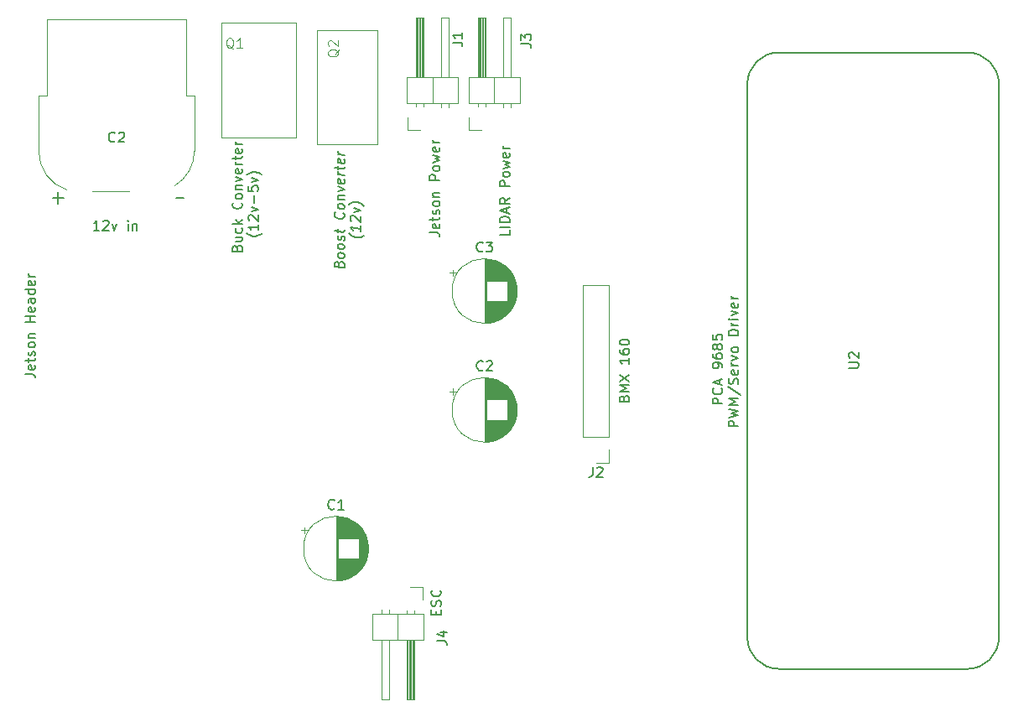
<source format=gbr>
%TF.GenerationSoftware,KiCad,Pcbnew,8.0.1*%
%TF.CreationDate,2024-05-27T17:32:14-07:00*%
%TF.ProjectId,pcb-v3,7063622d-7633-42e6-9b69-6361645f7063,rev?*%
%TF.SameCoordinates,Original*%
%TF.FileFunction,Legend,Top*%
%TF.FilePolarity,Positive*%
%FSLAX46Y46*%
G04 Gerber Fmt 4.6, Leading zero omitted, Abs format (unit mm)*
G04 Created by KiCad (PCBNEW 8.0.1) date 2024-05-27 17:32:14*
%MOMM*%
%LPD*%
G01*
G04 APERTURE LIST*
%ADD10C,0.150000*%
%ADD11C,0.100000*%
%ADD12C,0.120000*%
%ADD13C,0.200000*%
G04 APERTURE END LIST*
D10*
X206259875Y-66377505D02*
X205259875Y-66377505D01*
X205259875Y-66377505D02*
X205259875Y-65996553D01*
X205259875Y-65996553D02*
X205307494Y-65901315D01*
X205307494Y-65901315D02*
X205355113Y-65853696D01*
X205355113Y-65853696D02*
X205450351Y-65806077D01*
X205450351Y-65806077D02*
X205593208Y-65806077D01*
X205593208Y-65806077D02*
X205688446Y-65853696D01*
X205688446Y-65853696D02*
X205736065Y-65901315D01*
X205736065Y-65901315D02*
X205783684Y-65996553D01*
X205783684Y-65996553D02*
X205783684Y-66377505D01*
X206164636Y-64806077D02*
X206212256Y-64853696D01*
X206212256Y-64853696D02*
X206259875Y-64996553D01*
X206259875Y-64996553D02*
X206259875Y-65091791D01*
X206259875Y-65091791D02*
X206212256Y-65234648D01*
X206212256Y-65234648D02*
X206117017Y-65329886D01*
X206117017Y-65329886D02*
X206021779Y-65377505D01*
X206021779Y-65377505D02*
X205831303Y-65425124D01*
X205831303Y-65425124D02*
X205688446Y-65425124D01*
X205688446Y-65425124D02*
X205497970Y-65377505D01*
X205497970Y-65377505D02*
X205402732Y-65329886D01*
X205402732Y-65329886D02*
X205307494Y-65234648D01*
X205307494Y-65234648D02*
X205259875Y-65091791D01*
X205259875Y-65091791D02*
X205259875Y-64996553D01*
X205259875Y-64996553D02*
X205307494Y-64853696D01*
X205307494Y-64853696D02*
X205355113Y-64806077D01*
X205974160Y-64425124D02*
X205974160Y-63948934D01*
X206259875Y-64520362D02*
X205259875Y-64187029D01*
X205259875Y-64187029D02*
X206259875Y-63853696D01*
X206259875Y-62710838D02*
X206259875Y-62520362D01*
X206259875Y-62520362D02*
X206212256Y-62425124D01*
X206212256Y-62425124D02*
X206164636Y-62377505D01*
X206164636Y-62377505D02*
X206021779Y-62282267D01*
X206021779Y-62282267D02*
X205831303Y-62234648D01*
X205831303Y-62234648D02*
X205450351Y-62234648D01*
X205450351Y-62234648D02*
X205355113Y-62282267D01*
X205355113Y-62282267D02*
X205307494Y-62329886D01*
X205307494Y-62329886D02*
X205259875Y-62425124D01*
X205259875Y-62425124D02*
X205259875Y-62615600D01*
X205259875Y-62615600D02*
X205307494Y-62710838D01*
X205307494Y-62710838D02*
X205355113Y-62758457D01*
X205355113Y-62758457D02*
X205450351Y-62806076D01*
X205450351Y-62806076D02*
X205688446Y-62806076D01*
X205688446Y-62806076D02*
X205783684Y-62758457D01*
X205783684Y-62758457D02*
X205831303Y-62710838D01*
X205831303Y-62710838D02*
X205878922Y-62615600D01*
X205878922Y-62615600D02*
X205878922Y-62425124D01*
X205878922Y-62425124D02*
X205831303Y-62329886D01*
X205831303Y-62329886D02*
X205783684Y-62282267D01*
X205783684Y-62282267D02*
X205688446Y-62234648D01*
X205259875Y-61377505D02*
X205259875Y-61567981D01*
X205259875Y-61567981D02*
X205307494Y-61663219D01*
X205307494Y-61663219D02*
X205355113Y-61710838D01*
X205355113Y-61710838D02*
X205497970Y-61806076D01*
X205497970Y-61806076D02*
X205688446Y-61853695D01*
X205688446Y-61853695D02*
X206069398Y-61853695D01*
X206069398Y-61853695D02*
X206164636Y-61806076D01*
X206164636Y-61806076D02*
X206212256Y-61758457D01*
X206212256Y-61758457D02*
X206259875Y-61663219D01*
X206259875Y-61663219D02*
X206259875Y-61472743D01*
X206259875Y-61472743D02*
X206212256Y-61377505D01*
X206212256Y-61377505D02*
X206164636Y-61329886D01*
X206164636Y-61329886D02*
X206069398Y-61282267D01*
X206069398Y-61282267D02*
X205831303Y-61282267D01*
X205831303Y-61282267D02*
X205736065Y-61329886D01*
X205736065Y-61329886D02*
X205688446Y-61377505D01*
X205688446Y-61377505D02*
X205640827Y-61472743D01*
X205640827Y-61472743D02*
X205640827Y-61663219D01*
X205640827Y-61663219D02*
X205688446Y-61758457D01*
X205688446Y-61758457D02*
X205736065Y-61806076D01*
X205736065Y-61806076D02*
X205831303Y-61853695D01*
X205688446Y-60710838D02*
X205640827Y-60806076D01*
X205640827Y-60806076D02*
X205593208Y-60853695D01*
X205593208Y-60853695D02*
X205497970Y-60901314D01*
X205497970Y-60901314D02*
X205450351Y-60901314D01*
X205450351Y-60901314D02*
X205355113Y-60853695D01*
X205355113Y-60853695D02*
X205307494Y-60806076D01*
X205307494Y-60806076D02*
X205259875Y-60710838D01*
X205259875Y-60710838D02*
X205259875Y-60520362D01*
X205259875Y-60520362D02*
X205307494Y-60425124D01*
X205307494Y-60425124D02*
X205355113Y-60377505D01*
X205355113Y-60377505D02*
X205450351Y-60329886D01*
X205450351Y-60329886D02*
X205497970Y-60329886D01*
X205497970Y-60329886D02*
X205593208Y-60377505D01*
X205593208Y-60377505D02*
X205640827Y-60425124D01*
X205640827Y-60425124D02*
X205688446Y-60520362D01*
X205688446Y-60520362D02*
X205688446Y-60710838D01*
X205688446Y-60710838D02*
X205736065Y-60806076D01*
X205736065Y-60806076D02*
X205783684Y-60853695D01*
X205783684Y-60853695D02*
X205878922Y-60901314D01*
X205878922Y-60901314D02*
X206069398Y-60901314D01*
X206069398Y-60901314D02*
X206164636Y-60853695D01*
X206164636Y-60853695D02*
X206212256Y-60806076D01*
X206212256Y-60806076D02*
X206259875Y-60710838D01*
X206259875Y-60710838D02*
X206259875Y-60520362D01*
X206259875Y-60520362D02*
X206212256Y-60425124D01*
X206212256Y-60425124D02*
X206164636Y-60377505D01*
X206164636Y-60377505D02*
X206069398Y-60329886D01*
X206069398Y-60329886D02*
X205878922Y-60329886D01*
X205878922Y-60329886D02*
X205783684Y-60377505D01*
X205783684Y-60377505D02*
X205736065Y-60425124D01*
X205736065Y-60425124D02*
X205688446Y-60520362D01*
X205259875Y-59425124D02*
X205259875Y-59901314D01*
X205259875Y-59901314D02*
X205736065Y-59948933D01*
X205736065Y-59948933D02*
X205688446Y-59901314D01*
X205688446Y-59901314D02*
X205640827Y-59806076D01*
X205640827Y-59806076D02*
X205640827Y-59567981D01*
X205640827Y-59567981D02*
X205688446Y-59472743D01*
X205688446Y-59472743D02*
X205736065Y-59425124D01*
X205736065Y-59425124D02*
X205831303Y-59377505D01*
X205831303Y-59377505D02*
X206069398Y-59377505D01*
X206069398Y-59377505D02*
X206164636Y-59425124D01*
X206164636Y-59425124D02*
X206212256Y-59472743D01*
X206212256Y-59472743D02*
X206259875Y-59567981D01*
X206259875Y-59567981D02*
X206259875Y-59806076D01*
X206259875Y-59806076D02*
X206212256Y-59901314D01*
X206212256Y-59901314D02*
X206164636Y-59948933D01*
X207869819Y-68663220D02*
X206869819Y-68663220D01*
X206869819Y-68663220D02*
X206869819Y-68282268D01*
X206869819Y-68282268D02*
X206917438Y-68187030D01*
X206917438Y-68187030D02*
X206965057Y-68139411D01*
X206965057Y-68139411D02*
X207060295Y-68091792D01*
X207060295Y-68091792D02*
X207203152Y-68091792D01*
X207203152Y-68091792D02*
X207298390Y-68139411D01*
X207298390Y-68139411D02*
X207346009Y-68187030D01*
X207346009Y-68187030D02*
X207393628Y-68282268D01*
X207393628Y-68282268D02*
X207393628Y-68663220D01*
X206869819Y-67758458D02*
X207869819Y-67520363D01*
X207869819Y-67520363D02*
X207155533Y-67329887D01*
X207155533Y-67329887D02*
X207869819Y-67139411D01*
X207869819Y-67139411D02*
X206869819Y-66901316D01*
X207869819Y-66520363D02*
X206869819Y-66520363D01*
X206869819Y-66520363D02*
X207584104Y-66187030D01*
X207584104Y-66187030D02*
X206869819Y-65853697D01*
X206869819Y-65853697D02*
X207869819Y-65853697D01*
X206822200Y-64663221D02*
X208107914Y-65520363D01*
X207822200Y-64377506D02*
X207869819Y-64234649D01*
X207869819Y-64234649D02*
X207869819Y-63996554D01*
X207869819Y-63996554D02*
X207822200Y-63901316D01*
X207822200Y-63901316D02*
X207774580Y-63853697D01*
X207774580Y-63853697D02*
X207679342Y-63806078D01*
X207679342Y-63806078D02*
X207584104Y-63806078D01*
X207584104Y-63806078D02*
X207488866Y-63853697D01*
X207488866Y-63853697D02*
X207441247Y-63901316D01*
X207441247Y-63901316D02*
X207393628Y-63996554D01*
X207393628Y-63996554D02*
X207346009Y-64187030D01*
X207346009Y-64187030D02*
X207298390Y-64282268D01*
X207298390Y-64282268D02*
X207250771Y-64329887D01*
X207250771Y-64329887D02*
X207155533Y-64377506D01*
X207155533Y-64377506D02*
X207060295Y-64377506D01*
X207060295Y-64377506D02*
X206965057Y-64329887D01*
X206965057Y-64329887D02*
X206917438Y-64282268D01*
X206917438Y-64282268D02*
X206869819Y-64187030D01*
X206869819Y-64187030D02*
X206869819Y-63948935D01*
X206869819Y-63948935D02*
X206917438Y-63806078D01*
X207822200Y-62996554D02*
X207869819Y-63091792D01*
X207869819Y-63091792D02*
X207869819Y-63282268D01*
X207869819Y-63282268D02*
X207822200Y-63377506D01*
X207822200Y-63377506D02*
X207726961Y-63425125D01*
X207726961Y-63425125D02*
X207346009Y-63425125D01*
X207346009Y-63425125D02*
X207250771Y-63377506D01*
X207250771Y-63377506D02*
X207203152Y-63282268D01*
X207203152Y-63282268D02*
X207203152Y-63091792D01*
X207203152Y-63091792D02*
X207250771Y-62996554D01*
X207250771Y-62996554D02*
X207346009Y-62948935D01*
X207346009Y-62948935D02*
X207441247Y-62948935D01*
X207441247Y-62948935D02*
X207536485Y-63425125D01*
X207869819Y-62520363D02*
X207203152Y-62520363D01*
X207393628Y-62520363D02*
X207298390Y-62472744D01*
X207298390Y-62472744D02*
X207250771Y-62425125D01*
X207250771Y-62425125D02*
X207203152Y-62329887D01*
X207203152Y-62329887D02*
X207203152Y-62234649D01*
X207203152Y-61996553D02*
X207869819Y-61758458D01*
X207869819Y-61758458D02*
X207203152Y-61520363D01*
X207869819Y-60996553D02*
X207822200Y-61091791D01*
X207822200Y-61091791D02*
X207774580Y-61139410D01*
X207774580Y-61139410D02*
X207679342Y-61187029D01*
X207679342Y-61187029D02*
X207393628Y-61187029D01*
X207393628Y-61187029D02*
X207298390Y-61139410D01*
X207298390Y-61139410D02*
X207250771Y-61091791D01*
X207250771Y-61091791D02*
X207203152Y-60996553D01*
X207203152Y-60996553D02*
X207203152Y-60853696D01*
X207203152Y-60853696D02*
X207250771Y-60758458D01*
X207250771Y-60758458D02*
X207298390Y-60710839D01*
X207298390Y-60710839D02*
X207393628Y-60663220D01*
X207393628Y-60663220D02*
X207679342Y-60663220D01*
X207679342Y-60663220D02*
X207774580Y-60710839D01*
X207774580Y-60710839D02*
X207822200Y-60758458D01*
X207822200Y-60758458D02*
X207869819Y-60853696D01*
X207869819Y-60853696D02*
X207869819Y-60996553D01*
X207869819Y-59472743D02*
X206869819Y-59472743D01*
X206869819Y-59472743D02*
X206869819Y-59234648D01*
X206869819Y-59234648D02*
X206917438Y-59091791D01*
X206917438Y-59091791D02*
X207012676Y-58996553D01*
X207012676Y-58996553D02*
X207107914Y-58948934D01*
X207107914Y-58948934D02*
X207298390Y-58901315D01*
X207298390Y-58901315D02*
X207441247Y-58901315D01*
X207441247Y-58901315D02*
X207631723Y-58948934D01*
X207631723Y-58948934D02*
X207726961Y-58996553D01*
X207726961Y-58996553D02*
X207822200Y-59091791D01*
X207822200Y-59091791D02*
X207869819Y-59234648D01*
X207869819Y-59234648D02*
X207869819Y-59472743D01*
X207869819Y-58472743D02*
X207203152Y-58472743D01*
X207393628Y-58472743D02*
X207298390Y-58425124D01*
X207298390Y-58425124D02*
X207250771Y-58377505D01*
X207250771Y-58377505D02*
X207203152Y-58282267D01*
X207203152Y-58282267D02*
X207203152Y-58187029D01*
X207869819Y-57853695D02*
X207203152Y-57853695D01*
X206869819Y-57853695D02*
X206917438Y-57901314D01*
X206917438Y-57901314D02*
X206965057Y-57853695D01*
X206965057Y-57853695D02*
X206917438Y-57806076D01*
X206917438Y-57806076D02*
X206869819Y-57853695D01*
X206869819Y-57853695D02*
X206965057Y-57853695D01*
X207203152Y-57472743D02*
X207869819Y-57234648D01*
X207869819Y-57234648D02*
X207203152Y-56996553D01*
X207822200Y-56234648D02*
X207869819Y-56329886D01*
X207869819Y-56329886D02*
X207869819Y-56520362D01*
X207869819Y-56520362D02*
X207822200Y-56615600D01*
X207822200Y-56615600D02*
X207726961Y-56663219D01*
X207726961Y-56663219D02*
X207346009Y-56663219D01*
X207346009Y-56663219D02*
X207250771Y-56615600D01*
X207250771Y-56615600D02*
X207203152Y-56520362D01*
X207203152Y-56520362D02*
X207203152Y-56329886D01*
X207203152Y-56329886D02*
X207250771Y-56234648D01*
X207250771Y-56234648D02*
X207346009Y-56187029D01*
X207346009Y-56187029D02*
X207441247Y-56187029D01*
X207441247Y-56187029D02*
X207536485Y-56663219D01*
X207869819Y-55758457D02*
X207203152Y-55758457D01*
X207393628Y-55758457D02*
X207298390Y-55710838D01*
X207298390Y-55710838D02*
X207250771Y-55663219D01*
X207250771Y-55663219D02*
X207203152Y-55567981D01*
X207203152Y-55567981D02*
X207203152Y-55472743D01*
X184779819Y-48857030D02*
X184779819Y-49333220D01*
X184779819Y-49333220D02*
X183779819Y-49333220D01*
X184779819Y-48523696D02*
X183779819Y-48523696D01*
X184779819Y-48047506D02*
X183779819Y-48047506D01*
X183779819Y-48047506D02*
X183779819Y-47809411D01*
X183779819Y-47809411D02*
X183827438Y-47666554D01*
X183827438Y-47666554D02*
X183922676Y-47571316D01*
X183922676Y-47571316D02*
X184017914Y-47523697D01*
X184017914Y-47523697D02*
X184208390Y-47476078D01*
X184208390Y-47476078D02*
X184351247Y-47476078D01*
X184351247Y-47476078D02*
X184541723Y-47523697D01*
X184541723Y-47523697D02*
X184636961Y-47571316D01*
X184636961Y-47571316D02*
X184732200Y-47666554D01*
X184732200Y-47666554D02*
X184779819Y-47809411D01*
X184779819Y-47809411D02*
X184779819Y-48047506D01*
X184494104Y-47095125D02*
X184494104Y-46618935D01*
X184779819Y-47190363D02*
X183779819Y-46857030D01*
X183779819Y-46857030D02*
X184779819Y-46523697D01*
X184779819Y-45618935D02*
X184303628Y-45952268D01*
X184779819Y-46190363D02*
X183779819Y-46190363D01*
X183779819Y-46190363D02*
X183779819Y-45809411D01*
X183779819Y-45809411D02*
X183827438Y-45714173D01*
X183827438Y-45714173D02*
X183875057Y-45666554D01*
X183875057Y-45666554D02*
X183970295Y-45618935D01*
X183970295Y-45618935D02*
X184113152Y-45618935D01*
X184113152Y-45618935D02*
X184208390Y-45666554D01*
X184208390Y-45666554D02*
X184256009Y-45714173D01*
X184256009Y-45714173D02*
X184303628Y-45809411D01*
X184303628Y-45809411D02*
X184303628Y-46190363D01*
X184779819Y-44428458D02*
X183779819Y-44428458D01*
X183779819Y-44428458D02*
X183779819Y-44047506D01*
X183779819Y-44047506D02*
X183827438Y-43952268D01*
X183827438Y-43952268D02*
X183875057Y-43904649D01*
X183875057Y-43904649D02*
X183970295Y-43857030D01*
X183970295Y-43857030D02*
X184113152Y-43857030D01*
X184113152Y-43857030D02*
X184208390Y-43904649D01*
X184208390Y-43904649D02*
X184256009Y-43952268D01*
X184256009Y-43952268D02*
X184303628Y-44047506D01*
X184303628Y-44047506D02*
X184303628Y-44428458D01*
X184779819Y-43285601D02*
X184732200Y-43380839D01*
X184732200Y-43380839D02*
X184684580Y-43428458D01*
X184684580Y-43428458D02*
X184589342Y-43476077D01*
X184589342Y-43476077D02*
X184303628Y-43476077D01*
X184303628Y-43476077D02*
X184208390Y-43428458D01*
X184208390Y-43428458D02*
X184160771Y-43380839D01*
X184160771Y-43380839D02*
X184113152Y-43285601D01*
X184113152Y-43285601D02*
X184113152Y-43142744D01*
X184113152Y-43142744D02*
X184160771Y-43047506D01*
X184160771Y-43047506D02*
X184208390Y-42999887D01*
X184208390Y-42999887D02*
X184303628Y-42952268D01*
X184303628Y-42952268D02*
X184589342Y-42952268D01*
X184589342Y-42952268D02*
X184684580Y-42999887D01*
X184684580Y-42999887D02*
X184732200Y-43047506D01*
X184732200Y-43047506D02*
X184779819Y-43142744D01*
X184779819Y-43142744D02*
X184779819Y-43285601D01*
X184113152Y-42618934D02*
X184779819Y-42428458D01*
X184779819Y-42428458D02*
X184303628Y-42237982D01*
X184303628Y-42237982D02*
X184779819Y-42047506D01*
X184779819Y-42047506D02*
X184113152Y-41857030D01*
X184732200Y-41095125D02*
X184779819Y-41190363D01*
X184779819Y-41190363D02*
X184779819Y-41380839D01*
X184779819Y-41380839D02*
X184732200Y-41476077D01*
X184732200Y-41476077D02*
X184636961Y-41523696D01*
X184636961Y-41523696D02*
X184256009Y-41523696D01*
X184256009Y-41523696D02*
X184160771Y-41476077D01*
X184160771Y-41476077D02*
X184113152Y-41380839D01*
X184113152Y-41380839D02*
X184113152Y-41190363D01*
X184113152Y-41190363D02*
X184160771Y-41095125D01*
X184160771Y-41095125D02*
X184256009Y-41047506D01*
X184256009Y-41047506D02*
X184351247Y-41047506D01*
X184351247Y-41047506D02*
X184446485Y-41523696D01*
X184779819Y-40618934D02*
X184113152Y-40618934D01*
X184303628Y-40618934D02*
X184208390Y-40571315D01*
X184208390Y-40571315D02*
X184160771Y-40523696D01*
X184160771Y-40523696D02*
X184113152Y-40428458D01*
X184113152Y-40428458D02*
X184113152Y-40333220D01*
X135869819Y-63377506D02*
X136584104Y-63377506D01*
X136584104Y-63377506D02*
X136726961Y-63425125D01*
X136726961Y-63425125D02*
X136822200Y-63520363D01*
X136822200Y-63520363D02*
X136869819Y-63663220D01*
X136869819Y-63663220D02*
X136869819Y-63758458D01*
X136822200Y-62520363D02*
X136869819Y-62615601D01*
X136869819Y-62615601D02*
X136869819Y-62806077D01*
X136869819Y-62806077D02*
X136822200Y-62901315D01*
X136822200Y-62901315D02*
X136726961Y-62948934D01*
X136726961Y-62948934D02*
X136346009Y-62948934D01*
X136346009Y-62948934D02*
X136250771Y-62901315D01*
X136250771Y-62901315D02*
X136203152Y-62806077D01*
X136203152Y-62806077D02*
X136203152Y-62615601D01*
X136203152Y-62615601D02*
X136250771Y-62520363D01*
X136250771Y-62520363D02*
X136346009Y-62472744D01*
X136346009Y-62472744D02*
X136441247Y-62472744D01*
X136441247Y-62472744D02*
X136536485Y-62948934D01*
X136203152Y-62187029D02*
X136203152Y-61806077D01*
X135869819Y-62044172D02*
X136726961Y-62044172D01*
X136726961Y-62044172D02*
X136822200Y-61996553D01*
X136822200Y-61996553D02*
X136869819Y-61901315D01*
X136869819Y-61901315D02*
X136869819Y-61806077D01*
X136822200Y-61520362D02*
X136869819Y-61425124D01*
X136869819Y-61425124D02*
X136869819Y-61234648D01*
X136869819Y-61234648D02*
X136822200Y-61139410D01*
X136822200Y-61139410D02*
X136726961Y-61091791D01*
X136726961Y-61091791D02*
X136679342Y-61091791D01*
X136679342Y-61091791D02*
X136584104Y-61139410D01*
X136584104Y-61139410D02*
X136536485Y-61234648D01*
X136536485Y-61234648D02*
X136536485Y-61377505D01*
X136536485Y-61377505D02*
X136488866Y-61472743D01*
X136488866Y-61472743D02*
X136393628Y-61520362D01*
X136393628Y-61520362D02*
X136346009Y-61520362D01*
X136346009Y-61520362D02*
X136250771Y-61472743D01*
X136250771Y-61472743D02*
X136203152Y-61377505D01*
X136203152Y-61377505D02*
X136203152Y-61234648D01*
X136203152Y-61234648D02*
X136250771Y-61139410D01*
X136869819Y-60520362D02*
X136822200Y-60615600D01*
X136822200Y-60615600D02*
X136774580Y-60663219D01*
X136774580Y-60663219D02*
X136679342Y-60710838D01*
X136679342Y-60710838D02*
X136393628Y-60710838D01*
X136393628Y-60710838D02*
X136298390Y-60663219D01*
X136298390Y-60663219D02*
X136250771Y-60615600D01*
X136250771Y-60615600D02*
X136203152Y-60520362D01*
X136203152Y-60520362D02*
X136203152Y-60377505D01*
X136203152Y-60377505D02*
X136250771Y-60282267D01*
X136250771Y-60282267D02*
X136298390Y-60234648D01*
X136298390Y-60234648D02*
X136393628Y-60187029D01*
X136393628Y-60187029D02*
X136679342Y-60187029D01*
X136679342Y-60187029D02*
X136774580Y-60234648D01*
X136774580Y-60234648D02*
X136822200Y-60282267D01*
X136822200Y-60282267D02*
X136869819Y-60377505D01*
X136869819Y-60377505D02*
X136869819Y-60520362D01*
X136203152Y-59758457D02*
X136869819Y-59758457D01*
X136298390Y-59758457D02*
X136250771Y-59710838D01*
X136250771Y-59710838D02*
X136203152Y-59615600D01*
X136203152Y-59615600D02*
X136203152Y-59472743D01*
X136203152Y-59472743D02*
X136250771Y-59377505D01*
X136250771Y-59377505D02*
X136346009Y-59329886D01*
X136346009Y-59329886D02*
X136869819Y-59329886D01*
X136869819Y-58091790D02*
X135869819Y-58091790D01*
X136346009Y-58091790D02*
X136346009Y-57520362D01*
X136869819Y-57520362D02*
X135869819Y-57520362D01*
X136822200Y-56663219D02*
X136869819Y-56758457D01*
X136869819Y-56758457D02*
X136869819Y-56948933D01*
X136869819Y-56948933D02*
X136822200Y-57044171D01*
X136822200Y-57044171D02*
X136726961Y-57091790D01*
X136726961Y-57091790D02*
X136346009Y-57091790D01*
X136346009Y-57091790D02*
X136250771Y-57044171D01*
X136250771Y-57044171D02*
X136203152Y-56948933D01*
X136203152Y-56948933D02*
X136203152Y-56758457D01*
X136203152Y-56758457D02*
X136250771Y-56663219D01*
X136250771Y-56663219D02*
X136346009Y-56615600D01*
X136346009Y-56615600D02*
X136441247Y-56615600D01*
X136441247Y-56615600D02*
X136536485Y-57091790D01*
X136869819Y-55758457D02*
X136346009Y-55758457D01*
X136346009Y-55758457D02*
X136250771Y-55806076D01*
X136250771Y-55806076D02*
X136203152Y-55901314D01*
X136203152Y-55901314D02*
X136203152Y-56091790D01*
X136203152Y-56091790D02*
X136250771Y-56187028D01*
X136822200Y-55758457D02*
X136869819Y-55853695D01*
X136869819Y-55853695D02*
X136869819Y-56091790D01*
X136869819Y-56091790D02*
X136822200Y-56187028D01*
X136822200Y-56187028D02*
X136726961Y-56234647D01*
X136726961Y-56234647D02*
X136631723Y-56234647D01*
X136631723Y-56234647D02*
X136536485Y-56187028D01*
X136536485Y-56187028D02*
X136488866Y-56091790D01*
X136488866Y-56091790D02*
X136488866Y-55853695D01*
X136488866Y-55853695D02*
X136441247Y-55758457D01*
X136869819Y-54853695D02*
X135869819Y-54853695D01*
X136822200Y-54853695D02*
X136869819Y-54948933D01*
X136869819Y-54948933D02*
X136869819Y-55139409D01*
X136869819Y-55139409D02*
X136822200Y-55234647D01*
X136822200Y-55234647D02*
X136774580Y-55282266D01*
X136774580Y-55282266D02*
X136679342Y-55329885D01*
X136679342Y-55329885D02*
X136393628Y-55329885D01*
X136393628Y-55329885D02*
X136298390Y-55282266D01*
X136298390Y-55282266D02*
X136250771Y-55234647D01*
X136250771Y-55234647D02*
X136203152Y-55139409D01*
X136203152Y-55139409D02*
X136203152Y-54948933D01*
X136203152Y-54948933D02*
X136250771Y-54853695D01*
X136822200Y-53996552D02*
X136869819Y-54091790D01*
X136869819Y-54091790D02*
X136869819Y-54282266D01*
X136869819Y-54282266D02*
X136822200Y-54377504D01*
X136822200Y-54377504D02*
X136726961Y-54425123D01*
X136726961Y-54425123D02*
X136346009Y-54425123D01*
X136346009Y-54425123D02*
X136250771Y-54377504D01*
X136250771Y-54377504D02*
X136203152Y-54282266D01*
X136203152Y-54282266D02*
X136203152Y-54091790D01*
X136203152Y-54091790D02*
X136250771Y-53996552D01*
X136250771Y-53996552D02*
X136346009Y-53948933D01*
X136346009Y-53948933D02*
X136441247Y-53948933D01*
X136441247Y-53948933D02*
X136536485Y-54425123D01*
X136869819Y-53520361D02*
X136203152Y-53520361D01*
X136393628Y-53520361D02*
X136298390Y-53472742D01*
X136298390Y-53472742D02*
X136250771Y-53425123D01*
X136250771Y-53425123D02*
X136203152Y-53329885D01*
X136203152Y-53329885D02*
X136203152Y-53234647D01*
X167566065Y-52270363D02*
X167613684Y-52133458D01*
X167613684Y-52133458D02*
X167661303Y-52091792D01*
X167661303Y-52091792D02*
X167756541Y-52056077D01*
X167756541Y-52056077D02*
X167899398Y-52073935D01*
X167899398Y-52073935D02*
X167994636Y-52133458D01*
X167994636Y-52133458D02*
X168042256Y-52187030D01*
X168042256Y-52187030D02*
X168089875Y-52288220D01*
X168089875Y-52288220D02*
X168089875Y-52669173D01*
X168089875Y-52669173D02*
X167089875Y-52544173D01*
X167089875Y-52544173D02*
X167089875Y-52210839D01*
X167089875Y-52210839D02*
X167137494Y-52121554D01*
X167137494Y-52121554D02*
X167185113Y-52079887D01*
X167185113Y-52079887D02*
X167280351Y-52044173D01*
X167280351Y-52044173D02*
X167375589Y-52056077D01*
X167375589Y-52056077D02*
X167470827Y-52115601D01*
X167470827Y-52115601D02*
X167518446Y-52169173D01*
X167518446Y-52169173D02*
X167566065Y-52270363D01*
X167566065Y-52270363D02*
X167566065Y-52603696D01*
X168089875Y-51526316D02*
X168042256Y-51615601D01*
X168042256Y-51615601D02*
X167994636Y-51657268D01*
X167994636Y-51657268D02*
X167899398Y-51692982D01*
X167899398Y-51692982D02*
X167613684Y-51657268D01*
X167613684Y-51657268D02*
X167518446Y-51597744D01*
X167518446Y-51597744D02*
X167470827Y-51544173D01*
X167470827Y-51544173D02*
X167423208Y-51442982D01*
X167423208Y-51442982D02*
X167423208Y-51300125D01*
X167423208Y-51300125D02*
X167470827Y-51210839D01*
X167470827Y-51210839D02*
X167518446Y-51169173D01*
X167518446Y-51169173D02*
X167613684Y-51133458D01*
X167613684Y-51133458D02*
X167899398Y-51169173D01*
X167899398Y-51169173D02*
X167994636Y-51228696D01*
X167994636Y-51228696D02*
X168042256Y-51282268D01*
X168042256Y-51282268D02*
X168089875Y-51383458D01*
X168089875Y-51383458D02*
X168089875Y-51526316D01*
X168089875Y-50621554D02*
X168042256Y-50710839D01*
X168042256Y-50710839D02*
X167994636Y-50752506D01*
X167994636Y-50752506D02*
X167899398Y-50788220D01*
X167899398Y-50788220D02*
X167613684Y-50752506D01*
X167613684Y-50752506D02*
X167518446Y-50692982D01*
X167518446Y-50692982D02*
X167470827Y-50639411D01*
X167470827Y-50639411D02*
X167423208Y-50538220D01*
X167423208Y-50538220D02*
X167423208Y-50395363D01*
X167423208Y-50395363D02*
X167470827Y-50306077D01*
X167470827Y-50306077D02*
X167518446Y-50264411D01*
X167518446Y-50264411D02*
X167613684Y-50228696D01*
X167613684Y-50228696D02*
X167899398Y-50264411D01*
X167899398Y-50264411D02*
X167994636Y-50323934D01*
X167994636Y-50323934D02*
X168042256Y-50377506D01*
X168042256Y-50377506D02*
X168089875Y-50478696D01*
X168089875Y-50478696D02*
X168089875Y-50621554D01*
X168042256Y-49901315D02*
X168089875Y-49812030D01*
X168089875Y-49812030D02*
X168089875Y-49621553D01*
X168089875Y-49621553D02*
X168042256Y-49520363D01*
X168042256Y-49520363D02*
X167947017Y-49460839D01*
X167947017Y-49460839D02*
X167899398Y-49454887D01*
X167899398Y-49454887D02*
X167804160Y-49490601D01*
X167804160Y-49490601D02*
X167756541Y-49579887D01*
X167756541Y-49579887D02*
X167756541Y-49722744D01*
X167756541Y-49722744D02*
X167708922Y-49812030D01*
X167708922Y-49812030D02*
X167613684Y-49847744D01*
X167613684Y-49847744D02*
X167566065Y-49841792D01*
X167566065Y-49841792D02*
X167470827Y-49782268D01*
X167470827Y-49782268D02*
X167423208Y-49681077D01*
X167423208Y-49681077D02*
X167423208Y-49538220D01*
X167423208Y-49538220D02*
X167470827Y-49448934D01*
X167423208Y-49109648D02*
X167423208Y-48728696D01*
X167089875Y-48925125D02*
X167947017Y-49032268D01*
X167947017Y-49032268D02*
X168042256Y-48996553D01*
X168042256Y-48996553D02*
X168089875Y-48907268D01*
X168089875Y-48907268D02*
X168089875Y-48812029D01*
X167994636Y-47133457D02*
X168042256Y-47187029D01*
X168042256Y-47187029D02*
X168089875Y-47335838D01*
X168089875Y-47335838D02*
X168089875Y-47431076D01*
X168089875Y-47431076D02*
X168042256Y-47567981D01*
X168042256Y-47567981D02*
X167947017Y-47651314D01*
X167947017Y-47651314D02*
X167851779Y-47687029D01*
X167851779Y-47687029D02*
X167661303Y-47710838D01*
X167661303Y-47710838D02*
X167518446Y-47692981D01*
X167518446Y-47692981D02*
X167327970Y-47621553D01*
X167327970Y-47621553D02*
X167232732Y-47562029D01*
X167232732Y-47562029D02*
X167137494Y-47454886D01*
X167137494Y-47454886D02*
X167089875Y-47306076D01*
X167089875Y-47306076D02*
X167089875Y-47210838D01*
X167089875Y-47210838D02*
X167137494Y-47073934D01*
X167137494Y-47073934D02*
X167185113Y-47032267D01*
X168089875Y-46573934D02*
X168042256Y-46663219D01*
X168042256Y-46663219D02*
X167994636Y-46704886D01*
X167994636Y-46704886D02*
X167899398Y-46740600D01*
X167899398Y-46740600D02*
X167613684Y-46704886D01*
X167613684Y-46704886D02*
X167518446Y-46645362D01*
X167518446Y-46645362D02*
X167470827Y-46591791D01*
X167470827Y-46591791D02*
X167423208Y-46490600D01*
X167423208Y-46490600D02*
X167423208Y-46347743D01*
X167423208Y-46347743D02*
X167470827Y-46258457D01*
X167470827Y-46258457D02*
X167518446Y-46216791D01*
X167518446Y-46216791D02*
X167613684Y-46181076D01*
X167613684Y-46181076D02*
X167899398Y-46216791D01*
X167899398Y-46216791D02*
X167994636Y-46276314D01*
X167994636Y-46276314D02*
X168042256Y-46329886D01*
X168042256Y-46329886D02*
X168089875Y-46431076D01*
X168089875Y-46431076D02*
X168089875Y-46573934D01*
X167423208Y-45728695D02*
X168089875Y-45812029D01*
X167518446Y-45740600D02*
X167470827Y-45687029D01*
X167470827Y-45687029D02*
X167423208Y-45585838D01*
X167423208Y-45585838D02*
X167423208Y-45442981D01*
X167423208Y-45442981D02*
X167470827Y-45353695D01*
X167470827Y-45353695D02*
X167566065Y-45317981D01*
X167566065Y-45317981D02*
X168089875Y-45383457D01*
X167423208Y-44919171D02*
X168089875Y-44764410D01*
X168089875Y-44764410D02*
X167423208Y-44442981D01*
X168042256Y-43758457D02*
X168089875Y-43859647D01*
X168089875Y-43859647D02*
X168089875Y-44050124D01*
X168089875Y-44050124D02*
X168042256Y-44139409D01*
X168042256Y-44139409D02*
X167947017Y-44175124D01*
X167947017Y-44175124D02*
X167566065Y-44127505D01*
X167566065Y-44127505D02*
X167470827Y-44067981D01*
X167470827Y-44067981D02*
X167423208Y-43966790D01*
X167423208Y-43966790D02*
X167423208Y-43776314D01*
X167423208Y-43776314D02*
X167470827Y-43687028D01*
X167470827Y-43687028D02*
X167566065Y-43651314D01*
X167566065Y-43651314D02*
X167661303Y-43663219D01*
X167661303Y-43663219D02*
X167756541Y-44151314D01*
X168089875Y-43288219D02*
X167423208Y-43204885D01*
X167613684Y-43228695D02*
X167518446Y-43169171D01*
X167518446Y-43169171D02*
X167470827Y-43115600D01*
X167470827Y-43115600D02*
X167423208Y-43014409D01*
X167423208Y-43014409D02*
X167423208Y-42919171D01*
X167423208Y-42728694D02*
X167423208Y-42347742D01*
X167089875Y-42544171D02*
X167947017Y-42651314D01*
X167947017Y-42651314D02*
X168042256Y-42615599D01*
X168042256Y-42615599D02*
X168089875Y-42526314D01*
X168089875Y-42526314D02*
X168089875Y-42431075D01*
X168042256Y-41710837D02*
X168089875Y-41812027D01*
X168089875Y-41812027D02*
X168089875Y-42002504D01*
X168089875Y-42002504D02*
X168042256Y-42091789D01*
X168042256Y-42091789D02*
X167947017Y-42127504D01*
X167947017Y-42127504D02*
X167566065Y-42079885D01*
X167566065Y-42079885D02*
X167470827Y-42020361D01*
X167470827Y-42020361D02*
X167423208Y-41919170D01*
X167423208Y-41919170D02*
X167423208Y-41728694D01*
X167423208Y-41728694D02*
X167470827Y-41639408D01*
X167470827Y-41639408D02*
X167566065Y-41603694D01*
X167566065Y-41603694D02*
X167661303Y-41615599D01*
X167661303Y-41615599D02*
X167756541Y-42103694D01*
X168089875Y-41240599D02*
X167423208Y-41157265D01*
X167613684Y-41181075D02*
X167518446Y-41121551D01*
X167518446Y-41121551D02*
X167470827Y-41067980D01*
X167470827Y-41067980D02*
X167423208Y-40966789D01*
X167423208Y-40966789D02*
X167423208Y-40871551D01*
X170080771Y-49383457D02*
X170033152Y-49425124D01*
X170033152Y-49425124D02*
X169890295Y-49502505D01*
X169890295Y-49502505D02*
X169795057Y-49538219D01*
X169795057Y-49538219D02*
X169652200Y-49567981D01*
X169652200Y-49567981D02*
X169414104Y-49585838D01*
X169414104Y-49585838D02*
X169223628Y-49562029D01*
X169223628Y-49562029D02*
X168985533Y-49484648D01*
X168985533Y-49484648D02*
X168842676Y-49419172D01*
X168842676Y-49419172D02*
X168747438Y-49359648D01*
X168747438Y-49359648D02*
X168604580Y-49246553D01*
X168604580Y-49246553D02*
X168556961Y-49192981D01*
X169699819Y-48431076D02*
X169699819Y-49002505D01*
X169699819Y-48716790D02*
X168699819Y-48591790D01*
X168699819Y-48591790D02*
X168842676Y-48704886D01*
X168842676Y-48704886D02*
X168937914Y-48812029D01*
X168937914Y-48812029D02*
X168985533Y-48913219D01*
X168795057Y-47937028D02*
X168747438Y-47883457D01*
X168747438Y-47883457D02*
X168699819Y-47782267D01*
X168699819Y-47782267D02*
X168699819Y-47544171D01*
X168699819Y-47544171D02*
X168747438Y-47454886D01*
X168747438Y-47454886D02*
X168795057Y-47413219D01*
X168795057Y-47413219D02*
X168890295Y-47377505D01*
X168890295Y-47377505D02*
X168985533Y-47389409D01*
X168985533Y-47389409D02*
X169128390Y-47454886D01*
X169128390Y-47454886D02*
X169699819Y-48097743D01*
X169699819Y-48097743D02*
X169699819Y-47478695D01*
X169033152Y-47062028D02*
X169699819Y-46907267D01*
X169699819Y-46907267D02*
X169033152Y-46585838D01*
X170080771Y-46431076D02*
X170033152Y-46377504D01*
X170033152Y-46377504D02*
X169890295Y-46264409D01*
X169890295Y-46264409D02*
X169795057Y-46204885D01*
X169795057Y-46204885D02*
X169652200Y-46139409D01*
X169652200Y-46139409D02*
X169414104Y-46062028D01*
X169414104Y-46062028D02*
X169223628Y-46038219D01*
X169223628Y-46038219D02*
X168985533Y-46056076D01*
X168985533Y-46056076D02*
X168842676Y-46085838D01*
X168842676Y-46085838D02*
X168747438Y-46121552D01*
X168747438Y-46121552D02*
X168604580Y-46198933D01*
X168604580Y-46198933D02*
X168556961Y-46240600D01*
X177346009Y-87663220D02*
X177346009Y-87329887D01*
X177869819Y-87187030D02*
X177869819Y-87663220D01*
X177869819Y-87663220D02*
X176869819Y-87663220D01*
X176869819Y-87663220D02*
X176869819Y-87187030D01*
X177822200Y-86806077D02*
X177869819Y-86663220D01*
X177869819Y-86663220D02*
X177869819Y-86425125D01*
X177869819Y-86425125D02*
X177822200Y-86329887D01*
X177822200Y-86329887D02*
X177774580Y-86282268D01*
X177774580Y-86282268D02*
X177679342Y-86234649D01*
X177679342Y-86234649D02*
X177584104Y-86234649D01*
X177584104Y-86234649D02*
X177488866Y-86282268D01*
X177488866Y-86282268D02*
X177441247Y-86329887D01*
X177441247Y-86329887D02*
X177393628Y-86425125D01*
X177393628Y-86425125D02*
X177346009Y-86615601D01*
X177346009Y-86615601D02*
X177298390Y-86710839D01*
X177298390Y-86710839D02*
X177250771Y-86758458D01*
X177250771Y-86758458D02*
X177155533Y-86806077D01*
X177155533Y-86806077D02*
X177060295Y-86806077D01*
X177060295Y-86806077D02*
X176965057Y-86758458D01*
X176965057Y-86758458D02*
X176917438Y-86710839D01*
X176917438Y-86710839D02*
X176869819Y-86615601D01*
X176869819Y-86615601D02*
X176869819Y-86377506D01*
X176869819Y-86377506D02*
X176917438Y-86234649D01*
X177774580Y-85234649D02*
X177822200Y-85282268D01*
X177822200Y-85282268D02*
X177869819Y-85425125D01*
X177869819Y-85425125D02*
X177869819Y-85520363D01*
X177869819Y-85520363D02*
X177822200Y-85663220D01*
X177822200Y-85663220D02*
X177726961Y-85758458D01*
X177726961Y-85758458D02*
X177631723Y-85806077D01*
X177631723Y-85806077D02*
X177441247Y-85853696D01*
X177441247Y-85853696D02*
X177298390Y-85853696D01*
X177298390Y-85853696D02*
X177107914Y-85806077D01*
X177107914Y-85806077D02*
X177012676Y-85758458D01*
X177012676Y-85758458D02*
X176917438Y-85663220D01*
X176917438Y-85663220D02*
X176869819Y-85520363D01*
X176869819Y-85520363D02*
X176869819Y-85425125D01*
X176869819Y-85425125D02*
X176917438Y-85282268D01*
X176917438Y-85282268D02*
X176965057Y-85234649D01*
X143360588Y-48869819D02*
X142789160Y-48869819D01*
X143074874Y-48869819D02*
X143074874Y-47869819D01*
X143074874Y-47869819D02*
X142979636Y-48012676D01*
X142979636Y-48012676D02*
X142884398Y-48107914D01*
X142884398Y-48107914D02*
X142789160Y-48155533D01*
X143741541Y-47965057D02*
X143789160Y-47917438D01*
X143789160Y-47917438D02*
X143884398Y-47869819D01*
X143884398Y-47869819D02*
X144122493Y-47869819D01*
X144122493Y-47869819D02*
X144217731Y-47917438D01*
X144217731Y-47917438D02*
X144265350Y-47965057D01*
X144265350Y-47965057D02*
X144312969Y-48060295D01*
X144312969Y-48060295D02*
X144312969Y-48155533D01*
X144312969Y-48155533D02*
X144265350Y-48298390D01*
X144265350Y-48298390D02*
X143693922Y-48869819D01*
X143693922Y-48869819D02*
X144312969Y-48869819D01*
X144646303Y-48203152D02*
X144884398Y-48869819D01*
X144884398Y-48869819D02*
X145122493Y-48203152D01*
X146265351Y-48869819D02*
X146265351Y-48203152D01*
X146265351Y-47869819D02*
X146217732Y-47917438D01*
X146217732Y-47917438D02*
X146265351Y-47965057D01*
X146265351Y-47965057D02*
X146312970Y-47917438D01*
X146312970Y-47917438D02*
X146265351Y-47869819D01*
X146265351Y-47869819D02*
X146265351Y-47965057D01*
X146741541Y-48203152D02*
X146741541Y-48869819D01*
X146741541Y-48298390D02*
X146789160Y-48250771D01*
X146789160Y-48250771D02*
X146884398Y-48203152D01*
X146884398Y-48203152D02*
X147027255Y-48203152D01*
X147027255Y-48203152D02*
X147122493Y-48250771D01*
X147122493Y-48250771D02*
X147170112Y-48346009D01*
X147170112Y-48346009D02*
X147170112Y-48869819D01*
X157256065Y-50649887D02*
X157303684Y-50507030D01*
X157303684Y-50507030D02*
X157351303Y-50459411D01*
X157351303Y-50459411D02*
X157446541Y-50411792D01*
X157446541Y-50411792D02*
X157589398Y-50411792D01*
X157589398Y-50411792D02*
X157684636Y-50459411D01*
X157684636Y-50459411D02*
X157732256Y-50507030D01*
X157732256Y-50507030D02*
X157779875Y-50602268D01*
X157779875Y-50602268D02*
X157779875Y-50983220D01*
X157779875Y-50983220D02*
X156779875Y-50983220D01*
X156779875Y-50983220D02*
X156779875Y-50649887D01*
X156779875Y-50649887D02*
X156827494Y-50554649D01*
X156827494Y-50554649D02*
X156875113Y-50507030D01*
X156875113Y-50507030D02*
X156970351Y-50459411D01*
X156970351Y-50459411D02*
X157065589Y-50459411D01*
X157065589Y-50459411D02*
X157160827Y-50507030D01*
X157160827Y-50507030D02*
X157208446Y-50554649D01*
X157208446Y-50554649D02*
X157256065Y-50649887D01*
X157256065Y-50649887D02*
X157256065Y-50983220D01*
X157113208Y-49554649D02*
X157779875Y-49554649D01*
X157113208Y-49983220D02*
X157637017Y-49983220D01*
X157637017Y-49983220D02*
X157732256Y-49935601D01*
X157732256Y-49935601D02*
X157779875Y-49840363D01*
X157779875Y-49840363D02*
X157779875Y-49697506D01*
X157779875Y-49697506D02*
X157732256Y-49602268D01*
X157732256Y-49602268D02*
X157684636Y-49554649D01*
X157732256Y-48649887D02*
X157779875Y-48745125D01*
X157779875Y-48745125D02*
X157779875Y-48935601D01*
X157779875Y-48935601D02*
X157732256Y-49030839D01*
X157732256Y-49030839D02*
X157684636Y-49078458D01*
X157684636Y-49078458D02*
X157589398Y-49126077D01*
X157589398Y-49126077D02*
X157303684Y-49126077D01*
X157303684Y-49126077D02*
X157208446Y-49078458D01*
X157208446Y-49078458D02*
X157160827Y-49030839D01*
X157160827Y-49030839D02*
X157113208Y-48935601D01*
X157113208Y-48935601D02*
X157113208Y-48745125D01*
X157113208Y-48745125D02*
X157160827Y-48649887D01*
X157779875Y-48221315D02*
X156779875Y-48221315D01*
X157398922Y-48126077D02*
X157779875Y-47840363D01*
X157113208Y-47840363D02*
X157494160Y-48221315D01*
X157684636Y-46078458D02*
X157732256Y-46126077D01*
X157732256Y-46126077D02*
X157779875Y-46268934D01*
X157779875Y-46268934D02*
X157779875Y-46364172D01*
X157779875Y-46364172D02*
X157732256Y-46507029D01*
X157732256Y-46507029D02*
X157637017Y-46602267D01*
X157637017Y-46602267D02*
X157541779Y-46649886D01*
X157541779Y-46649886D02*
X157351303Y-46697505D01*
X157351303Y-46697505D02*
X157208446Y-46697505D01*
X157208446Y-46697505D02*
X157017970Y-46649886D01*
X157017970Y-46649886D02*
X156922732Y-46602267D01*
X156922732Y-46602267D02*
X156827494Y-46507029D01*
X156827494Y-46507029D02*
X156779875Y-46364172D01*
X156779875Y-46364172D02*
X156779875Y-46268934D01*
X156779875Y-46268934D02*
X156827494Y-46126077D01*
X156827494Y-46126077D02*
X156875113Y-46078458D01*
X157779875Y-45507029D02*
X157732256Y-45602267D01*
X157732256Y-45602267D02*
X157684636Y-45649886D01*
X157684636Y-45649886D02*
X157589398Y-45697505D01*
X157589398Y-45697505D02*
X157303684Y-45697505D01*
X157303684Y-45697505D02*
X157208446Y-45649886D01*
X157208446Y-45649886D02*
X157160827Y-45602267D01*
X157160827Y-45602267D02*
X157113208Y-45507029D01*
X157113208Y-45507029D02*
X157113208Y-45364172D01*
X157113208Y-45364172D02*
X157160827Y-45268934D01*
X157160827Y-45268934D02*
X157208446Y-45221315D01*
X157208446Y-45221315D02*
X157303684Y-45173696D01*
X157303684Y-45173696D02*
X157589398Y-45173696D01*
X157589398Y-45173696D02*
X157684636Y-45221315D01*
X157684636Y-45221315D02*
X157732256Y-45268934D01*
X157732256Y-45268934D02*
X157779875Y-45364172D01*
X157779875Y-45364172D02*
X157779875Y-45507029D01*
X157113208Y-44745124D02*
X157779875Y-44745124D01*
X157208446Y-44745124D02*
X157160827Y-44697505D01*
X157160827Y-44697505D02*
X157113208Y-44602267D01*
X157113208Y-44602267D02*
X157113208Y-44459410D01*
X157113208Y-44459410D02*
X157160827Y-44364172D01*
X157160827Y-44364172D02*
X157256065Y-44316553D01*
X157256065Y-44316553D02*
X157779875Y-44316553D01*
X157113208Y-43935600D02*
X157779875Y-43697505D01*
X157779875Y-43697505D02*
X157113208Y-43459410D01*
X157732256Y-42697505D02*
X157779875Y-42792743D01*
X157779875Y-42792743D02*
X157779875Y-42983219D01*
X157779875Y-42983219D02*
X157732256Y-43078457D01*
X157732256Y-43078457D02*
X157637017Y-43126076D01*
X157637017Y-43126076D02*
X157256065Y-43126076D01*
X157256065Y-43126076D02*
X157160827Y-43078457D01*
X157160827Y-43078457D02*
X157113208Y-42983219D01*
X157113208Y-42983219D02*
X157113208Y-42792743D01*
X157113208Y-42792743D02*
X157160827Y-42697505D01*
X157160827Y-42697505D02*
X157256065Y-42649886D01*
X157256065Y-42649886D02*
X157351303Y-42649886D01*
X157351303Y-42649886D02*
X157446541Y-43126076D01*
X157779875Y-42221314D02*
X157113208Y-42221314D01*
X157303684Y-42221314D02*
X157208446Y-42173695D01*
X157208446Y-42173695D02*
X157160827Y-42126076D01*
X157160827Y-42126076D02*
X157113208Y-42030838D01*
X157113208Y-42030838D02*
X157113208Y-41935600D01*
X157113208Y-41745123D02*
X157113208Y-41364171D01*
X156779875Y-41602266D02*
X157637017Y-41602266D01*
X157637017Y-41602266D02*
X157732256Y-41554647D01*
X157732256Y-41554647D02*
X157779875Y-41459409D01*
X157779875Y-41459409D02*
X157779875Y-41364171D01*
X157732256Y-40649885D02*
X157779875Y-40745123D01*
X157779875Y-40745123D02*
X157779875Y-40935599D01*
X157779875Y-40935599D02*
X157732256Y-41030837D01*
X157732256Y-41030837D02*
X157637017Y-41078456D01*
X157637017Y-41078456D02*
X157256065Y-41078456D01*
X157256065Y-41078456D02*
X157160827Y-41030837D01*
X157160827Y-41030837D02*
X157113208Y-40935599D01*
X157113208Y-40935599D02*
X157113208Y-40745123D01*
X157113208Y-40745123D02*
X157160827Y-40649885D01*
X157160827Y-40649885D02*
X157256065Y-40602266D01*
X157256065Y-40602266D02*
X157351303Y-40602266D01*
X157351303Y-40602266D02*
X157446541Y-41078456D01*
X157779875Y-40173694D02*
X157113208Y-40173694D01*
X157303684Y-40173694D02*
X157208446Y-40126075D01*
X157208446Y-40126075D02*
X157160827Y-40078456D01*
X157160827Y-40078456D02*
X157113208Y-39983218D01*
X157113208Y-39983218D02*
X157113208Y-39887980D01*
X159770771Y-49173696D02*
X159723152Y-49221315D01*
X159723152Y-49221315D02*
X159580295Y-49316553D01*
X159580295Y-49316553D02*
X159485057Y-49364172D01*
X159485057Y-49364172D02*
X159342200Y-49411791D01*
X159342200Y-49411791D02*
X159104104Y-49459410D01*
X159104104Y-49459410D02*
X158913628Y-49459410D01*
X158913628Y-49459410D02*
X158675533Y-49411791D01*
X158675533Y-49411791D02*
X158532676Y-49364172D01*
X158532676Y-49364172D02*
X158437438Y-49316553D01*
X158437438Y-49316553D02*
X158294580Y-49221315D01*
X158294580Y-49221315D02*
X158246961Y-49173696D01*
X159389819Y-48268934D02*
X159389819Y-48840362D01*
X159389819Y-48554648D02*
X158389819Y-48554648D01*
X158389819Y-48554648D02*
X158532676Y-48649886D01*
X158532676Y-48649886D02*
X158627914Y-48745124D01*
X158627914Y-48745124D02*
X158675533Y-48840362D01*
X158485057Y-47887981D02*
X158437438Y-47840362D01*
X158437438Y-47840362D02*
X158389819Y-47745124D01*
X158389819Y-47745124D02*
X158389819Y-47507029D01*
X158389819Y-47507029D02*
X158437438Y-47411791D01*
X158437438Y-47411791D02*
X158485057Y-47364172D01*
X158485057Y-47364172D02*
X158580295Y-47316553D01*
X158580295Y-47316553D02*
X158675533Y-47316553D01*
X158675533Y-47316553D02*
X158818390Y-47364172D01*
X158818390Y-47364172D02*
X159389819Y-47935600D01*
X159389819Y-47935600D02*
X159389819Y-47316553D01*
X158723152Y-46983219D02*
X159389819Y-46745124D01*
X159389819Y-46745124D02*
X158723152Y-46507029D01*
X159008866Y-46126076D02*
X159008866Y-45364172D01*
X158389819Y-44411791D02*
X158389819Y-44887981D01*
X158389819Y-44887981D02*
X158866009Y-44935600D01*
X158866009Y-44935600D02*
X158818390Y-44887981D01*
X158818390Y-44887981D02*
X158770771Y-44792743D01*
X158770771Y-44792743D02*
X158770771Y-44554648D01*
X158770771Y-44554648D02*
X158818390Y-44459410D01*
X158818390Y-44459410D02*
X158866009Y-44411791D01*
X158866009Y-44411791D02*
X158961247Y-44364172D01*
X158961247Y-44364172D02*
X159199342Y-44364172D01*
X159199342Y-44364172D02*
X159294580Y-44411791D01*
X159294580Y-44411791D02*
X159342200Y-44459410D01*
X159342200Y-44459410D02*
X159389819Y-44554648D01*
X159389819Y-44554648D02*
X159389819Y-44792743D01*
X159389819Y-44792743D02*
X159342200Y-44887981D01*
X159342200Y-44887981D02*
X159294580Y-44935600D01*
X158723152Y-44030838D02*
X159389819Y-43792743D01*
X159389819Y-43792743D02*
X158723152Y-43554648D01*
X159770771Y-43268933D02*
X159723152Y-43221314D01*
X159723152Y-43221314D02*
X159580295Y-43126076D01*
X159580295Y-43126076D02*
X159485057Y-43078457D01*
X159485057Y-43078457D02*
X159342200Y-43030838D01*
X159342200Y-43030838D02*
X159104104Y-42983219D01*
X159104104Y-42983219D02*
X158913628Y-42983219D01*
X158913628Y-42983219D02*
X158675533Y-43030838D01*
X158675533Y-43030838D02*
X158532676Y-43078457D01*
X158532676Y-43078457D02*
X158437438Y-43126076D01*
X158437438Y-43126076D02*
X158294580Y-43221314D01*
X158294580Y-43221314D02*
X158246961Y-43268933D01*
X176709819Y-49107506D02*
X177424104Y-49107506D01*
X177424104Y-49107506D02*
X177566961Y-49155125D01*
X177566961Y-49155125D02*
X177662200Y-49250363D01*
X177662200Y-49250363D02*
X177709819Y-49393220D01*
X177709819Y-49393220D02*
X177709819Y-49488458D01*
X177662200Y-48250363D02*
X177709819Y-48345601D01*
X177709819Y-48345601D02*
X177709819Y-48536077D01*
X177709819Y-48536077D02*
X177662200Y-48631315D01*
X177662200Y-48631315D02*
X177566961Y-48678934D01*
X177566961Y-48678934D02*
X177186009Y-48678934D01*
X177186009Y-48678934D02*
X177090771Y-48631315D01*
X177090771Y-48631315D02*
X177043152Y-48536077D01*
X177043152Y-48536077D02*
X177043152Y-48345601D01*
X177043152Y-48345601D02*
X177090771Y-48250363D01*
X177090771Y-48250363D02*
X177186009Y-48202744D01*
X177186009Y-48202744D02*
X177281247Y-48202744D01*
X177281247Y-48202744D02*
X177376485Y-48678934D01*
X177043152Y-47917029D02*
X177043152Y-47536077D01*
X176709819Y-47774172D02*
X177566961Y-47774172D01*
X177566961Y-47774172D02*
X177662200Y-47726553D01*
X177662200Y-47726553D02*
X177709819Y-47631315D01*
X177709819Y-47631315D02*
X177709819Y-47536077D01*
X177662200Y-47250362D02*
X177709819Y-47155124D01*
X177709819Y-47155124D02*
X177709819Y-46964648D01*
X177709819Y-46964648D02*
X177662200Y-46869410D01*
X177662200Y-46869410D02*
X177566961Y-46821791D01*
X177566961Y-46821791D02*
X177519342Y-46821791D01*
X177519342Y-46821791D02*
X177424104Y-46869410D01*
X177424104Y-46869410D02*
X177376485Y-46964648D01*
X177376485Y-46964648D02*
X177376485Y-47107505D01*
X177376485Y-47107505D02*
X177328866Y-47202743D01*
X177328866Y-47202743D02*
X177233628Y-47250362D01*
X177233628Y-47250362D02*
X177186009Y-47250362D01*
X177186009Y-47250362D02*
X177090771Y-47202743D01*
X177090771Y-47202743D02*
X177043152Y-47107505D01*
X177043152Y-47107505D02*
X177043152Y-46964648D01*
X177043152Y-46964648D02*
X177090771Y-46869410D01*
X177709819Y-46250362D02*
X177662200Y-46345600D01*
X177662200Y-46345600D02*
X177614580Y-46393219D01*
X177614580Y-46393219D02*
X177519342Y-46440838D01*
X177519342Y-46440838D02*
X177233628Y-46440838D01*
X177233628Y-46440838D02*
X177138390Y-46393219D01*
X177138390Y-46393219D02*
X177090771Y-46345600D01*
X177090771Y-46345600D02*
X177043152Y-46250362D01*
X177043152Y-46250362D02*
X177043152Y-46107505D01*
X177043152Y-46107505D02*
X177090771Y-46012267D01*
X177090771Y-46012267D02*
X177138390Y-45964648D01*
X177138390Y-45964648D02*
X177233628Y-45917029D01*
X177233628Y-45917029D02*
X177519342Y-45917029D01*
X177519342Y-45917029D02*
X177614580Y-45964648D01*
X177614580Y-45964648D02*
X177662200Y-46012267D01*
X177662200Y-46012267D02*
X177709819Y-46107505D01*
X177709819Y-46107505D02*
X177709819Y-46250362D01*
X177043152Y-45488457D02*
X177709819Y-45488457D01*
X177138390Y-45488457D02*
X177090771Y-45440838D01*
X177090771Y-45440838D02*
X177043152Y-45345600D01*
X177043152Y-45345600D02*
X177043152Y-45202743D01*
X177043152Y-45202743D02*
X177090771Y-45107505D01*
X177090771Y-45107505D02*
X177186009Y-45059886D01*
X177186009Y-45059886D02*
X177709819Y-45059886D01*
X177709819Y-43821790D02*
X176709819Y-43821790D01*
X176709819Y-43821790D02*
X176709819Y-43440838D01*
X176709819Y-43440838D02*
X176757438Y-43345600D01*
X176757438Y-43345600D02*
X176805057Y-43297981D01*
X176805057Y-43297981D02*
X176900295Y-43250362D01*
X176900295Y-43250362D02*
X177043152Y-43250362D01*
X177043152Y-43250362D02*
X177138390Y-43297981D01*
X177138390Y-43297981D02*
X177186009Y-43345600D01*
X177186009Y-43345600D02*
X177233628Y-43440838D01*
X177233628Y-43440838D02*
X177233628Y-43821790D01*
X177709819Y-42678933D02*
X177662200Y-42774171D01*
X177662200Y-42774171D02*
X177614580Y-42821790D01*
X177614580Y-42821790D02*
X177519342Y-42869409D01*
X177519342Y-42869409D02*
X177233628Y-42869409D01*
X177233628Y-42869409D02*
X177138390Y-42821790D01*
X177138390Y-42821790D02*
X177090771Y-42774171D01*
X177090771Y-42774171D02*
X177043152Y-42678933D01*
X177043152Y-42678933D02*
X177043152Y-42536076D01*
X177043152Y-42536076D02*
X177090771Y-42440838D01*
X177090771Y-42440838D02*
X177138390Y-42393219D01*
X177138390Y-42393219D02*
X177233628Y-42345600D01*
X177233628Y-42345600D02*
X177519342Y-42345600D01*
X177519342Y-42345600D02*
X177614580Y-42393219D01*
X177614580Y-42393219D02*
X177662200Y-42440838D01*
X177662200Y-42440838D02*
X177709819Y-42536076D01*
X177709819Y-42536076D02*
X177709819Y-42678933D01*
X177043152Y-42012266D02*
X177709819Y-41821790D01*
X177709819Y-41821790D02*
X177233628Y-41631314D01*
X177233628Y-41631314D02*
X177709819Y-41440838D01*
X177709819Y-41440838D02*
X177043152Y-41250362D01*
X177662200Y-40488457D02*
X177709819Y-40583695D01*
X177709819Y-40583695D02*
X177709819Y-40774171D01*
X177709819Y-40774171D02*
X177662200Y-40869409D01*
X177662200Y-40869409D02*
X177566961Y-40917028D01*
X177566961Y-40917028D02*
X177186009Y-40917028D01*
X177186009Y-40917028D02*
X177090771Y-40869409D01*
X177090771Y-40869409D02*
X177043152Y-40774171D01*
X177043152Y-40774171D02*
X177043152Y-40583695D01*
X177043152Y-40583695D02*
X177090771Y-40488457D01*
X177090771Y-40488457D02*
X177186009Y-40440838D01*
X177186009Y-40440838D02*
X177281247Y-40440838D01*
X177281247Y-40440838D02*
X177376485Y-40917028D01*
X177709819Y-40012266D02*
X177043152Y-40012266D01*
X177233628Y-40012266D02*
X177138390Y-39964647D01*
X177138390Y-39964647D02*
X177090771Y-39917028D01*
X177090771Y-39917028D02*
X177043152Y-39821790D01*
X177043152Y-39821790D02*
X177043152Y-39726552D01*
X196346009Y-65829887D02*
X196393628Y-65687030D01*
X196393628Y-65687030D02*
X196441247Y-65639411D01*
X196441247Y-65639411D02*
X196536485Y-65591792D01*
X196536485Y-65591792D02*
X196679342Y-65591792D01*
X196679342Y-65591792D02*
X196774580Y-65639411D01*
X196774580Y-65639411D02*
X196822200Y-65687030D01*
X196822200Y-65687030D02*
X196869819Y-65782268D01*
X196869819Y-65782268D02*
X196869819Y-66163220D01*
X196869819Y-66163220D02*
X195869819Y-66163220D01*
X195869819Y-66163220D02*
X195869819Y-65829887D01*
X195869819Y-65829887D02*
X195917438Y-65734649D01*
X195917438Y-65734649D02*
X195965057Y-65687030D01*
X195965057Y-65687030D02*
X196060295Y-65639411D01*
X196060295Y-65639411D02*
X196155533Y-65639411D01*
X196155533Y-65639411D02*
X196250771Y-65687030D01*
X196250771Y-65687030D02*
X196298390Y-65734649D01*
X196298390Y-65734649D02*
X196346009Y-65829887D01*
X196346009Y-65829887D02*
X196346009Y-66163220D01*
X196869819Y-65163220D02*
X195869819Y-65163220D01*
X195869819Y-65163220D02*
X196584104Y-64829887D01*
X196584104Y-64829887D02*
X195869819Y-64496554D01*
X195869819Y-64496554D02*
X196869819Y-64496554D01*
X195869819Y-64115601D02*
X196869819Y-63448935D01*
X195869819Y-63448935D02*
X196869819Y-64115601D01*
X196869819Y-61782268D02*
X196869819Y-62353696D01*
X196869819Y-62067982D02*
X195869819Y-62067982D01*
X195869819Y-62067982D02*
X196012676Y-62163220D01*
X196012676Y-62163220D02*
X196107914Y-62258458D01*
X196107914Y-62258458D02*
X196155533Y-62353696D01*
X195869819Y-60925125D02*
X195869819Y-61115601D01*
X195869819Y-61115601D02*
X195917438Y-61210839D01*
X195917438Y-61210839D02*
X195965057Y-61258458D01*
X195965057Y-61258458D02*
X196107914Y-61353696D01*
X196107914Y-61353696D02*
X196298390Y-61401315D01*
X196298390Y-61401315D02*
X196679342Y-61401315D01*
X196679342Y-61401315D02*
X196774580Y-61353696D01*
X196774580Y-61353696D02*
X196822200Y-61306077D01*
X196822200Y-61306077D02*
X196869819Y-61210839D01*
X196869819Y-61210839D02*
X196869819Y-61020363D01*
X196869819Y-61020363D02*
X196822200Y-60925125D01*
X196822200Y-60925125D02*
X196774580Y-60877506D01*
X196774580Y-60877506D02*
X196679342Y-60829887D01*
X196679342Y-60829887D02*
X196441247Y-60829887D01*
X196441247Y-60829887D02*
X196346009Y-60877506D01*
X196346009Y-60877506D02*
X196298390Y-60925125D01*
X196298390Y-60925125D02*
X196250771Y-61020363D01*
X196250771Y-61020363D02*
X196250771Y-61210839D01*
X196250771Y-61210839D02*
X196298390Y-61306077D01*
X196298390Y-61306077D02*
X196346009Y-61353696D01*
X196346009Y-61353696D02*
X196441247Y-61401315D01*
X195869819Y-60210839D02*
X195869819Y-60115601D01*
X195869819Y-60115601D02*
X195917438Y-60020363D01*
X195917438Y-60020363D02*
X195965057Y-59972744D01*
X195965057Y-59972744D02*
X196060295Y-59925125D01*
X196060295Y-59925125D02*
X196250771Y-59877506D01*
X196250771Y-59877506D02*
X196488866Y-59877506D01*
X196488866Y-59877506D02*
X196679342Y-59925125D01*
X196679342Y-59925125D02*
X196774580Y-59972744D01*
X196774580Y-59972744D02*
X196822200Y-60020363D01*
X196822200Y-60020363D02*
X196869819Y-60115601D01*
X196869819Y-60115601D02*
X196869819Y-60210839D01*
X196869819Y-60210839D02*
X196822200Y-60306077D01*
X196822200Y-60306077D02*
X196774580Y-60353696D01*
X196774580Y-60353696D02*
X196679342Y-60401315D01*
X196679342Y-60401315D02*
X196488866Y-60448934D01*
X196488866Y-60448934D02*
X196250771Y-60448934D01*
X196250771Y-60448934D02*
X196060295Y-60401315D01*
X196060295Y-60401315D02*
X195965057Y-60353696D01*
X195965057Y-60353696D02*
X195917438Y-60306077D01*
X195917438Y-60306077D02*
X195869819Y-60210839D01*
X182083333Y-50959580D02*
X182035714Y-51007200D01*
X182035714Y-51007200D02*
X181892857Y-51054819D01*
X181892857Y-51054819D02*
X181797619Y-51054819D01*
X181797619Y-51054819D02*
X181654762Y-51007200D01*
X181654762Y-51007200D02*
X181559524Y-50911961D01*
X181559524Y-50911961D02*
X181511905Y-50816723D01*
X181511905Y-50816723D02*
X181464286Y-50626247D01*
X181464286Y-50626247D02*
X181464286Y-50483390D01*
X181464286Y-50483390D02*
X181511905Y-50292914D01*
X181511905Y-50292914D02*
X181559524Y-50197676D01*
X181559524Y-50197676D02*
X181654762Y-50102438D01*
X181654762Y-50102438D02*
X181797619Y-50054819D01*
X181797619Y-50054819D02*
X181892857Y-50054819D01*
X181892857Y-50054819D02*
X182035714Y-50102438D01*
X182035714Y-50102438D02*
X182083333Y-50150057D01*
X182416667Y-50054819D02*
X183035714Y-50054819D01*
X183035714Y-50054819D02*
X182702381Y-50435771D01*
X182702381Y-50435771D02*
X182845238Y-50435771D01*
X182845238Y-50435771D02*
X182940476Y-50483390D01*
X182940476Y-50483390D02*
X182988095Y-50531009D01*
X182988095Y-50531009D02*
X183035714Y-50626247D01*
X183035714Y-50626247D02*
X183035714Y-50864342D01*
X183035714Y-50864342D02*
X182988095Y-50959580D01*
X182988095Y-50959580D02*
X182940476Y-51007200D01*
X182940476Y-51007200D02*
X182845238Y-51054819D01*
X182845238Y-51054819D02*
X182559524Y-51054819D01*
X182559524Y-51054819D02*
X182464286Y-51007200D01*
X182464286Y-51007200D02*
X182416667Y-50959580D01*
X182083333Y-62959580D02*
X182035714Y-63007200D01*
X182035714Y-63007200D02*
X181892857Y-63054819D01*
X181892857Y-63054819D02*
X181797619Y-63054819D01*
X181797619Y-63054819D02*
X181654762Y-63007200D01*
X181654762Y-63007200D02*
X181559524Y-62911961D01*
X181559524Y-62911961D02*
X181511905Y-62816723D01*
X181511905Y-62816723D02*
X181464286Y-62626247D01*
X181464286Y-62626247D02*
X181464286Y-62483390D01*
X181464286Y-62483390D02*
X181511905Y-62292914D01*
X181511905Y-62292914D02*
X181559524Y-62197676D01*
X181559524Y-62197676D02*
X181654762Y-62102438D01*
X181654762Y-62102438D02*
X181797619Y-62054819D01*
X181797619Y-62054819D02*
X181892857Y-62054819D01*
X181892857Y-62054819D02*
X182035714Y-62102438D01*
X182035714Y-62102438D02*
X182083333Y-62150057D01*
X182464286Y-62150057D02*
X182511905Y-62102438D01*
X182511905Y-62102438D02*
X182607143Y-62054819D01*
X182607143Y-62054819D02*
X182845238Y-62054819D01*
X182845238Y-62054819D02*
X182940476Y-62102438D01*
X182940476Y-62102438D02*
X182988095Y-62150057D01*
X182988095Y-62150057D02*
X183035714Y-62245295D01*
X183035714Y-62245295D02*
X183035714Y-62340533D01*
X183035714Y-62340533D02*
X182988095Y-62483390D01*
X182988095Y-62483390D02*
X182416667Y-63054819D01*
X182416667Y-63054819D02*
X183035714Y-63054819D01*
X167083333Y-76959580D02*
X167035714Y-77007200D01*
X167035714Y-77007200D02*
X166892857Y-77054819D01*
X166892857Y-77054819D02*
X166797619Y-77054819D01*
X166797619Y-77054819D02*
X166654762Y-77007200D01*
X166654762Y-77007200D02*
X166559524Y-76911961D01*
X166559524Y-76911961D02*
X166511905Y-76816723D01*
X166511905Y-76816723D02*
X166464286Y-76626247D01*
X166464286Y-76626247D02*
X166464286Y-76483390D01*
X166464286Y-76483390D02*
X166511905Y-76292914D01*
X166511905Y-76292914D02*
X166559524Y-76197676D01*
X166559524Y-76197676D02*
X166654762Y-76102438D01*
X166654762Y-76102438D02*
X166797619Y-76054819D01*
X166797619Y-76054819D02*
X166892857Y-76054819D01*
X166892857Y-76054819D02*
X167035714Y-76102438D01*
X167035714Y-76102438D02*
X167083333Y-76150057D01*
X168035714Y-77054819D02*
X167464286Y-77054819D01*
X167750000Y-77054819D02*
X167750000Y-76054819D01*
X167750000Y-76054819D02*
X167654762Y-76197676D01*
X167654762Y-76197676D02*
X167559524Y-76292914D01*
X167559524Y-76292914D02*
X167464286Y-76340533D01*
X179014819Y-29913333D02*
X179729104Y-29913333D01*
X179729104Y-29913333D02*
X179871961Y-29960952D01*
X179871961Y-29960952D02*
X179967200Y-30056190D01*
X179967200Y-30056190D02*
X180014819Y-30199047D01*
X180014819Y-30199047D02*
X180014819Y-30294285D01*
X180014819Y-28913333D02*
X180014819Y-29484761D01*
X180014819Y-29199047D02*
X179014819Y-29199047D01*
X179014819Y-29199047D02*
X179157676Y-29294285D01*
X179157676Y-29294285D02*
X179252914Y-29389523D01*
X179252914Y-29389523D02*
X179300533Y-29484761D01*
X177454819Y-90333333D02*
X178169104Y-90333333D01*
X178169104Y-90333333D02*
X178311961Y-90380952D01*
X178311961Y-90380952D02*
X178407200Y-90476190D01*
X178407200Y-90476190D02*
X178454819Y-90619047D01*
X178454819Y-90619047D02*
X178454819Y-90714285D01*
X177788152Y-89428571D02*
X178454819Y-89428571D01*
X177407200Y-89666666D02*
X178121485Y-89904761D01*
X178121485Y-89904761D02*
X178121485Y-89285714D01*
D11*
X167552657Y-30595238D02*
X167505038Y-30690476D01*
X167505038Y-30690476D02*
X167409800Y-30785714D01*
X167409800Y-30785714D02*
X167266942Y-30928571D01*
X167266942Y-30928571D02*
X167219323Y-31023809D01*
X167219323Y-31023809D02*
X167219323Y-31119047D01*
X167457419Y-31071428D02*
X167409800Y-31166666D01*
X167409800Y-31166666D02*
X167314561Y-31261904D01*
X167314561Y-31261904D02*
X167124085Y-31309523D01*
X167124085Y-31309523D02*
X166790752Y-31309523D01*
X166790752Y-31309523D02*
X166600276Y-31261904D01*
X166600276Y-31261904D02*
X166505038Y-31166666D01*
X166505038Y-31166666D02*
X166457419Y-31071428D01*
X166457419Y-31071428D02*
X166457419Y-30880952D01*
X166457419Y-30880952D02*
X166505038Y-30785714D01*
X166505038Y-30785714D02*
X166600276Y-30690476D01*
X166600276Y-30690476D02*
X166790752Y-30642857D01*
X166790752Y-30642857D02*
X167124085Y-30642857D01*
X167124085Y-30642857D02*
X167314561Y-30690476D01*
X167314561Y-30690476D02*
X167409800Y-30785714D01*
X167409800Y-30785714D02*
X167457419Y-30880952D01*
X167457419Y-30880952D02*
X167457419Y-31071428D01*
X166552657Y-30261904D02*
X166505038Y-30214285D01*
X166505038Y-30214285D02*
X166457419Y-30119047D01*
X166457419Y-30119047D02*
X166457419Y-29880952D01*
X166457419Y-29880952D02*
X166505038Y-29785714D01*
X166505038Y-29785714D02*
X166552657Y-29738095D01*
X166552657Y-29738095D02*
X166647895Y-29690476D01*
X166647895Y-29690476D02*
X166743133Y-29690476D01*
X166743133Y-29690476D02*
X166885990Y-29738095D01*
X166885990Y-29738095D02*
X167457419Y-30309523D01*
X167457419Y-30309523D02*
X167457419Y-29690476D01*
D10*
X193166666Y-72784819D02*
X193166666Y-73499104D01*
X193166666Y-73499104D02*
X193119047Y-73641961D01*
X193119047Y-73641961D02*
X193023809Y-73737200D01*
X193023809Y-73737200D02*
X192880952Y-73784819D01*
X192880952Y-73784819D02*
X192785714Y-73784819D01*
X193595238Y-72880057D02*
X193642857Y-72832438D01*
X193642857Y-72832438D02*
X193738095Y-72784819D01*
X193738095Y-72784819D02*
X193976190Y-72784819D01*
X193976190Y-72784819D02*
X194071428Y-72832438D01*
X194071428Y-72832438D02*
X194119047Y-72880057D01*
X194119047Y-72880057D02*
X194166666Y-72975295D01*
X194166666Y-72975295D02*
X194166666Y-73070533D01*
X194166666Y-73070533D02*
X194119047Y-73213390D01*
X194119047Y-73213390D02*
X193547619Y-73784819D01*
X193547619Y-73784819D02*
X194166666Y-73784819D01*
X185944819Y-30063333D02*
X186659104Y-30063333D01*
X186659104Y-30063333D02*
X186801961Y-30110952D01*
X186801961Y-30110952D02*
X186897200Y-30206190D01*
X186897200Y-30206190D02*
X186944819Y-30349047D01*
X186944819Y-30349047D02*
X186944819Y-30444285D01*
X185944819Y-29682380D02*
X185944819Y-29063333D01*
X185944819Y-29063333D02*
X186325771Y-29396666D01*
X186325771Y-29396666D02*
X186325771Y-29253809D01*
X186325771Y-29253809D02*
X186373390Y-29158571D01*
X186373390Y-29158571D02*
X186421009Y-29110952D01*
X186421009Y-29110952D02*
X186516247Y-29063333D01*
X186516247Y-29063333D02*
X186754342Y-29063333D01*
X186754342Y-29063333D02*
X186849580Y-29110952D01*
X186849580Y-29110952D02*
X186897200Y-29158571D01*
X186897200Y-29158571D02*
X186944819Y-29253809D01*
X186944819Y-29253809D02*
X186944819Y-29539523D01*
X186944819Y-29539523D02*
X186897200Y-29634761D01*
X186897200Y-29634761D02*
X186849580Y-29682380D01*
D11*
X156904761Y-30552657D02*
X156809523Y-30505038D01*
X156809523Y-30505038D02*
X156714285Y-30409800D01*
X156714285Y-30409800D02*
X156571428Y-30266942D01*
X156571428Y-30266942D02*
X156476190Y-30219323D01*
X156476190Y-30219323D02*
X156380952Y-30219323D01*
X156428571Y-30457419D02*
X156333333Y-30409800D01*
X156333333Y-30409800D02*
X156238095Y-30314561D01*
X156238095Y-30314561D02*
X156190476Y-30124085D01*
X156190476Y-30124085D02*
X156190476Y-29790752D01*
X156190476Y-29790752D02*
X156238095Y-29600276D01*
X156238095Y-29600276D02*
X156333333Y-29505038D01*
X156333333Y-29505038D02*
X156428571Y-29457419D01*
X156428571Y-29457419D02*
X156619047Y-29457419D01*
X156619047Y-29457419D02*
X156714285Y-29505038D01*
X156714285Y-29505038D02*
X156809523Y-29600276D01*
X156809523Y-29600276D02*
X156857142Y-29790752D01*
X156857142Y-29790752D02*
X156857142Y-30124085D01*
X156857142Y-30124085D02*
X156809523Y-30314561D01*
X156809523Y-30314561D02*
X156714285Y-30409800D01*
X156714285Y-30409800D02*
X156619047Y-30457419D01*
X156619047Y-30457419D02*
X156428571Y-30457419D01*
X157809523Y-30457419D02*
X157238095Y-30457419D01*
X157523809Y-30457419D02*
X157523809Y-29457419D01*
X157523809Y-29457419D02*
X157428571Y-29600276D01*
X157428571Y-29600276D02*
X157333333Y-29695514D01*
X157333333Y-29695514D02*
X157238095Y-29743133D01*
D10*
X219026819Y-62761904D02*
X219836342Y-62761904D01*
X219836342Y-62761904D02*
X219931580Y-62714285D01*
X219931580Y-62714285D02*
X219979200Y-62666666D01*
X219979200Y-62666666D02*
X220026819Y-62571428D01*
X220026819Y-62571428D02*
X220026819Y-62380952D01*
X220026819Y-62380952D02*
X219979200Y-62285714D01*
X219979200Y-62285714D02*
X219931580Y-62238095D01*
X219931580Y-62238095D02*
X219836342Y-62190476D01*
X219836342Y-62190476D02*
X219026819Y-62190476D01*
X219122057Y-61761904D02*
X219074438Y-61714285D01*
X219074438Y-61714285D02*
X219026819Y-61619047D01*
X219026819Y-61619047D02*
X219026819Y-61380952D01*
X219026819Y-61380952D02*
X219074438Y-61285714D01*
X219074438Y-61285714D02*
X219122057Y-61238095D01*
X219122057Y-61238095D02*
X219217295Y-61190476D01*
X219217295Y-61190476D02*
X219312533Y-61190476D01*
X219312533Y-61190476D02*
X219455390Y-61238095D01*
X219455390Y-61238095D02*
X220026819Y-61809523D01*
X220026819Y-61809523D02*
X220026819Y-61190476D01*
X144933333Y-39859580D02*
X144885714Y-39907200D01*
X144885714Y-39907200D02*
X144742857Y-39954819D01*
X144742857Y-39954819D02*
X144647619Y-39954819D01*
X144647619Y-39954819D02*
X144504762Y-39907200D01*
X144504762Y-39907200D02*
X144409524Y-39811961D01*
X144409524Y-39811961D02*
X144361905Y-39716723D01*
X144361905Y-39716723D02*
X144314286Y-39526247D01*
X144314286Y-39526247D02*
X144314286Y-39383390D01*
X144314286Y-39383390D02*
X144361905Y-39192914D01*
X144361905Y-39192914D02*
X144409524Y-39097676D01*
X144409524Y-39097676D02*
X144504762Y-39002438D01*
X144504762Y-39002438D02*
X144647619Y-38954819D01*
X144647619Y-38954819D02*
X144742857Y-38954819D01*
X144742857Y-38954819D02*
X144885714Y-39002438D01*
X144885714Y-39002438D02*
X144933333Y-39050057D01*
X145314286Y-39050057D02*
X145361905Y-39002438D01*
X145361905Y-39002438D02*
X145457143Y-38954819D01*
X145457143Y-38954819D02*
X145695238Y-38954819D01*
X145695238Y-38954819D02*
X145790476Y-39002438D01*
X145790476Y-39002438D02*
X145838095Y-39050057D01*
X145838095Y-39050057D02*
X145885714Y-39145295D01*
X145885714Y-39145295D02*
X145885714Y-39240533D01*
X145885714Y-39240533D02*
X145838095Y-39383390D01*
X145838095Y-39383390D02*
X145266667Y-39954819D01*
X145266667Y-39954819D02*
X145885714Y-39954819D01*
X151119048Y-45573866D02*
X151880953Y-45573866D01*
X138628571Y-45614700D02*
X139771429Y-45614700D01*
X139200000Y-46186128D02*
X139200000Y-45043271D01*
D12*
%TO.C,C3*%
X178749759Y-53161000D02*
X179379759Y-53161000D01*
X179064759Y-52846000D02*
X179064759Y-53476000D01*
X182250000Y-51770000D02*
X182250000Y-58230000D01*
X182290000Y-51770000D02*
X182290000Y-58230000D01*
X182330000Y-51770000D02*
X182330000Y-58230000D01*
X182370000Y-51772000D02*
X182370000Y-58228000D01*
X182410000Y-51773000D02*
X182410000Y-58227000D01*
X182450000Y-51776000D02*
X182450000Y-58224000D01*
X182490000Y-51778000D02*
X182490000Y-53960000D01*
X182490000Y-56040000D02*
X182490000Y-58222000D01*
X182530000Y-51782000D02*
X182530000Y-53960000D01*
X182530000Y-56040000D02*
X182530000Y-58218000D01*
X182570000Y-51785000D02*
X182570000Y-53960000D01*
X182570000Y-56040000D02*
X182570000Y-58215000D01*
X182610000Y-51789000D02*
X182610000Y-53960000D01*
X182610000Y-56040000D02*
X182610000Y-58211000D01*
X182650000Y-51794000D02*
X182650000Y-53960000D01*
X182650000Y-56040000D02*
X182650000Y-58206000D01*
X182690000Y-51799000D02*
X182690000Y-53960000D01*
X182690000Y-56040000D02*
X182690000Y-58201000D01*
X182730000Y-51805000D02*
X182730000Y-53960000D01*
X182730000Y-56040000D02*
X182730000Y-58195000D01*
X182770000Y-51811000D02*
X182770000Y-53960000D01*
X182770000Y-56040000D02*
X182770000Y-58189000D01*
X182810000Y-51818000D02*
X182810000Y-53960000D01*
X182810000Y-56040000D02*
X182810000Y-58182000D01*
X182850000Y-51825000D02*
X182850000Y-53960000D01*
X182850000Y-56040000D02*
X182850000Y-58175000D01*
X182890000Y-51833000D02*
X182890000Y-53960000D01*
X182890000Y-56040000D02*
X182890000Y-58167000D01*
X182930000Y-51841000D02*
X182930000Y-53960000D01*
X182930000Y-56040000D02*
X182930000Y-58159000D01*
X182971000Y-51850000D02*
X182971000Y-53960000D01*
X182971000Y-56040000D02*
X182971000Y-58150000D01*
X183011000Y-51859000D02*
X183011000Y-53960000D01*
X183011000Y-56040000D02*
X183011000Y-58141000D01*
X183051000Y-51869000D02*
X183051000Y-53960000D01*
X183051000Y-56040000D02*
X183051000Y-58131000D01*
X183091000Y-51879000D02*
X183091000Y-53960000D01*
X183091000Y-56040000D02*
X183091000Y-58121000D01*
X183131000Y-51890000D02*
X183131000Y-53960000D01*
X183131000Y-56040000D02*
X183131000Y-58110000D01*
X183171000Y-51902000D02*
X183171000Y-53960000D01*
X183171000Y-56040000D02*
X183171000Y-58098000D01*
X183211000Y-51914000D02*
X183211000Y-53960000D01*
X183211000Y-56040000D02*
X183211000Y-58086000D01*
X183251000Y-51926000D02*
X183251000Y-53960000D01*
X183251000Y-56040000D02*
X183251000Y-58074000D01*
X183291000Y-51939000D02*
X183291000Y-53960000D01*
X183291000Y-56040000D02*
X183291000Y-58061000D01*
X183331000Y-51953000D02*
X183331000Y-53960000D01*
X183331000Y-56040000D02*
X183331000Y-58047000D01*
X183371000Y-51967000D02*
X183371000Y-53960000D01*
X183371000Y-56040000D02*
X183371000Y-58033000D01*
X183411000Y-51982000D02*
X183411000Y-53960000D01*
X183411000Y-56040000D02*
X183411000Y-58018000D01*
X183451000Y-51998000D02*
X183451000Y-53960000D01*
X183451000Y-56040000D02*
X183451000Y-58002000D01*
X183491000Y-52014000D02*
X183491000Y-53960000D01*
X183491000Y-56040000D02*
X183491000Y-57986000D01*
X183531000Y-52030000D02*
X183531000Y-53960000D01*
X183531000Y-56040000D02*
X183531000Y-57970000D01*
X183571000Y-52048000D02*
X183571000Y-53960000D01*
X183571000Y-56040000D02*
X183571000Y-57952000D01*
X183611000Y-52066000D02*
X183611000Y-53960000D01*
X183611000Y-56040000D02*
X183611000Y-57934000D01*
X183651000Y-52084000D02*
X183651000Y-53960000D01*
X183651000Y-56040000D02*
X183651000Y-57916000D01*
X183691000Y-52104000D02*
X183691000Y-53960000D01*
X183691000Y-56040000D02*
X183691000Y-57896000D01*
X183731000Y-52124000D02*
X183731000Y-53960000D01*
X183731000Y-56040000D02*
X183731000Y-57876000D01*
X183771000Y-52144000D02*
X183771000Y-53960000D01*
X183771000Y-56040000D02*
X183771000Y-57856000D01*
X183811000Y-52166000D02*
X183811000Y-53960000D01*
X183811000Y-56040000D02*
X183811000Y-57834000D01*
X183851000Y-52188000D02*
X183851000Y-53960000D01*
X183851000Y-56040000D02*
X183851000Y-57812000D01*
X183891000Y-52210000D02*
X183891000Y-53960000D01*
X183891000Y-56040000D02*
X183891000Y-57790000D01*
X183931000Y-52234000D02*
X183931000Y-53960000D01*
X183931000Y-56040000D02*
X183931000Y-57766000D01*
X183971000Y-52258000D02*
X183971000Y-53960000D01*
X183971000Y-56040000D02*
X183971000Y-57742000D01*
X184011000Y-52284000D02*
X184011000Y-53960000D01*
X184011000Y-56040000D02*
X184011000Y-57716000D01*
X184051000Y-52310000D02*
X184051000Y-53960000D01*
X184051000Y-56040000D02*
X184051000Y-57690000D01*
X184091000Y-52336000D02*
X184091000Y-53960000D01*
X184091000Y-56040000D02*
X184091000Y-57664000D01*
X184131000Y-52364000D02*
X184131000Y-53960000D01*
X184131000Y-56040000D02*
X184131000Y-57636000D01*
X184171000Y-52393000D02*
X184171000Y-53960000D01*
X184171000Y-56040000D02*
X184171000Y-57607000D01*
X184211000Y-52422000D02*
X184211000Y-53960000D01*
X184211000Y-56040000D02*
X184211000Y-57578000D01*
X184251000Y-52452000D02*
X184251000Y-53960000D01*
X184251000Y-56040000D02*
X184251000Y-57548000D01*
X184291000Y-52484000D02*
X184291000Y-53960000D01*
X184291000Y-56040000D02*
X184291000Y-57516000D01*
X184331000Y-52516000D02*
X184331000Y-53960000D01*
X184331000Y-56040000D02*
X184331000Y-57484000D01*
X184371000Y-52550000D02*
X184371000Y-53960000D01*
X184371000Y-56040000D02*
X184371000Y-57450000D01*
X184411000Y-52584000D02*
X184411000Y-53960000D01*
X184411000Y-56040000D02*
X184411000Y-57416000D01*
X184451000Y-52620000D02*
X184451000Y-53960000D01*
X184451000Y-56040000D02*
X184451000Y-57380000D01*
X184491000Y-52657000D02*
X184491000Y-53960000D01*
X184491000Y-56040000D02*
X184491000Y-57343000D01*
X184531000Y-52695000D02*
X184531000Y-53960000D01*
X184531000Y-56040000D02*
X184531000Y-57305000D01*
X184571000Y-52735000D02*
X184571000Y-57265000D01*
X184611000Y-52776000D02*
X184611000Y-57224000D01*
X184651000Y-52818000D02*
X184651000Y-57182000D01*
X184691000Y-52863000D02*
X184691000Y-57137000D01*
X184731000Y-52908000D02*
X184731000Y-57092000D01*
X184771000Y-52956000D02*
X184771000Y-57044000D01*
X184811000Y-53005000D02*
X184811000Y-56995000D01*
X184851000Y-53056000D02*
X184851000Y-56944000D01*
X184891000Y-53110000D02*
X184891000Y-56890000D01*
X184931000Y-53166000D02*
X184931000Y-56834000D01*
X184971000Y-53224000D02*
X184971000Y-56776000D01*
X185011000Y-53286000D02*
X185011000Y-56714000D01*
X185051000Y-53350000D02*
X185051000Y-56650000D01*
X185091000Y-53419000D02*
X185091000Y-56581000D01*
X185131000Y-53491000D02*
X185131000Y-56509000D01*
X185171000Y-53568000D02*
X185171000Y-56432000D01*
X185211000Y-53650000D02*
X185211000Y-56350000D01*
X185251000Y-53738000D02*
X185251000Y-56262000D01*
X185291000Y-53835000D02*
X185291000Y-56165000D01*
X185331000Y-53941000D02*
X185331000Y-56059000D01*
X185371000Y-54060000D02*
X185371000Y-55940000D01*
X185411000Y-54198000D02*
X185411000Y-55802000D01*
X185451000Y-54367000D02*
X185451000Y-55633000D01*
X185491000Y-54598000D02*
X185491000Y-55402000D01*
X185520000Y-55000000D02*
G75*
G02*
X178980000Y-55000000I-3270000J0D01*
G01*
X178980000Y-55000000D02*
G75*
G02*
X185520000Y-55000000I3270000J0D01*
G01*
%TO.C,C2*%
X178749759Y-65161000D02*
X179379759Y-65161000D01*
X179064759Y-64846000D02*
X179064759Y-65476000D01*
X182250000Y-63770000D02*
X182250000Y-70230000D01*
X182290000Y-63770000D02*
X182290000Y-70230000D01*
X182330000Y-63770000D02*
X182330000Y-70230000D01*
X182370000Y-63772000D02*
X182370000Y-70228000D01*
X182410000Y-63773000D02*
X182410000Y-70227000D01*
X182450000Y-63776000D02*
X182450000Y-70224000D01*
X182490000Y-63778000D02*
X182490000Y-65960000D01*
X182490000Y-68040000D02*
X182490000Y-70222000D01*
X182530000Y-63782000D02*
X182530000Y-65960000D01*
X182530000Y-68040000D02*
X182530000Y-70218000D01*
X182570000Y-63785000D02*
X182570000Y-65960000D01*
X182570000Y-68040000D02*
X182570000Y-70215000D01*
X182610000Y-63789000D02*
X182610000Y-65960000D01*
X182610000Y-68040000D02*
X182610000Y-70211000D01*
X182650000Y-63794000D02*
X182650000Y-65960000D01*
X182650000Y-68040000D02*
X182650000Y-70206000D01*
X182690000Y-63799000D02*
X182690000Y-65960000D01*
X182690000Y-68040000D02*
X182690000Y-70201000D01*
X182730000Y-63805000D02*
X182730000Y-65960000D01*
X182730000Y-68040000D02*
X182730000Y-70195000D01*
X182770000Y-63811000D02*
X182770000Y-65960000D01*
X182770000Y-68040000D02*
X182770000Y-70189000D01*
X182810000Y-63818000D02*
X182810000Y-65960000D01*
X182810000Y-68040000D02*
X182810000Y-70182000D01*
X182850000Y-63825000D02*
X182850000Y-65960000D01*
X182850000Y-68040000D02*
X182850000Y-70175000D01*
X182890000Y-63833000D02*
X182890000Y-65960000D01*
X182890000Y-68040000D02*
X182890000Y-70167000D01*
X182930000Y-63841000D02*
X182930000Y-65960000D01*
X182930000Y-68040000D02*
X182930000Y-70159000D01*
X182971000Y-63850000D02*
X182971000Y-65960000D01*
X182971000Y-68040000D02*
X182971000Y-70150000D01*
X183011000Y-63859000D02*
X183011000Y-65960000D01*
X183011000Y-68040000D02*
X183011000Y-70141000D01*
X183051000Y-63869000D02*
X183051000Y-65960000D01*
X183051000Y-68040000D02*
X183051000Y-70131000D01*
X183091000Y-63879000D02*
X183091000Y-65960000D01*
X183091000Y-68040000D02*
X183091000Y-70121000D01*
X183131000Y-63890000D02*
X183131000Y-65960000D01*
X183131000Y-68040000D02*
X183131000Y-70110000D01*
X183171000Y-63902000D02*
X183171000Y-65960000D01*
X183171000Y-68040000D02*
X183171000Y-70098000D01*
X183211000Y-63914000D02*
X183211000Y-65960000D01*
X183211000Y-68040000D02*
X183211000Y-70086000D01*
X183251000Y-63926000D02*
X183251000Y-65960000D01*
X183251000Y-68040000D02*
X183251000Y-70074000D01*
X183291000Y-63939000D02*
X183291000Y-65960000D01*
X183291000Y-68040000D02*
X183291000Y-70061000D01*
X183331000Y-63953000D02*
X183331000Y-65960000D01*
X183331000Y-68040000D02*
X183331000Y-70047000D01*
X183371000Y-63967000D02*
X183371000Y-65960000D01*
X183371000Y-68040000D02*
X183371000Y-70033000D01*
X183411000Y-63982000D02*
X183411000Y-65960000D01*
X183411000Y-68040000D02*
X183411000Y-70018000D01*
X183451000Y-63998000D02*
X183451000Y-65960000D01*
X183451000Y-68040000D02*
X183451000Y-70002000D01*
X183491000Y-64014000D02*
X183491000Y-65960000D01*
X183491000Y-68040000D02*
X183491000Y-69986000D01*
X183531000Y-64030000D02*
X183531000Y-65960000D01*
X183531000Y-68040000D02*
X183531000Y-69970000D01*
X183571000Y-64048000D02*
X183571000Y-65960000D01*
X183571000Y-68040000D02*
X183571000Y-69952000D01*
X183611000Y-64066000D02*
X183611000Y-65960000D01*
X183611000Y-68040000D02*
X183611000Y-69934000D01*
X183651000Y-64084000D02*
X183651000Y-65960000D01*
X183651000Y-68040000D02*
X183651000Y-69916000D01*
X183691000Y-64104000D02*
X183691000Y-65960000D01*
X183691000Y-68040000D02*
X183691000Y-69896000D01*
X183731000Y-64124000D02*
X183731000Y-65960000D01*
X183731000Y-68040000D02*
X183731000Y-69876000D01*
X183771000Y-64144000D02*
X183771000Y-65960000D01*
X183771000Y-68040000D02*
X183771000Y-69856000D01*
X183811000Y-64166000D02*
X183811000Y-65960000D01*
X183811000Y-68040000D02*
X183811000Y-69834000D01*
X183851000Y-64188000D02*
X183851000Y-65960000D01*
X183851000Y-68040000D02*
X183851000Y-69812000D01*
X183891000Y-64210000D02*
X183891000Y-65960000D01*
X183891000Y-68040000D02*
X183891000Y-69790000D01*
X183931000Y-64234000D02*
X183931000Y-65960000D01*
X183931000Y-68040000D02*
X183931000Y-69766000D01*
X183971000Y-64258000D02*
X183971000Y-65960000D01*
X183971000Y-68040000D02*
X183971000Y-69742000D01*
X184011000Y-64284000D02*
X184011000Y-65960000D01*
X184011000Y-68040000D02*
X184011000Y-69716000D01*
X184051000Y-64310000D02*
X184051000Y-65960000D01*
X184051000Y-68040000D02*
X184051000Y-69690000D01*
X184091000Y-64336000D02*
X184091000Y-65960000D01*
X184091000Y-68040000D02*
X184091000Y-69664000D01*
X184131000Y-64364000D02*
X184131000Y-65960000D01*
X184131000Y-68040000D02*
X184131000Y-69636000D01*
X184171000Y-64393000D02*
X184171000Y-65960000D01*
X184171000Y-68040000D02*
X184171000Y-69607000D01*
X184211000Y-64422000D02*
X184211000Y-65960000D01*
X184211000Y-68040000D02*
X184211000Y-69578000D01*
X184251000Y-64452000D02*
X184251000Y-65960000D01*
X184251000Y-68040000D02*
X184251000Y-69548000D01*
X184291000Y-64484000D02*
X184291000Y-65960000D01*
X184291000Y-68040000D02*
X184291000Y-69516000D01*
X184331000Y-64516000D02*
X184331000Y-65960000D01*
X184331000Y-68040000D02*
X184331000Y-69484000D01*
X184371000Y-64550000D02*
X184371000Y-65960000D01*
X184371000Y-68040000D02*
X184371000Y-69450000D01*
X184411000Y-64584000D02*
X184411000Y-65960000D01*
X184411000Y-68040000D02*
X184411000Y-69416000D01*
X184451000Y-64620000D02*
X184451000Y-65960000D01*
X184451000Y-68040000D02*
X184451000Y-69380000D01*
X184491000Y-64657000D02*
X184491000Y-65960000D01*
X184491000Y-68040000D02*
X184491000Y-69343000D01*
X184531000Y-64695000D02*
X184531000Y-65960000D01*
X184531000Y-68040000D02*
X184531000Y-69305000D01*
X184571000Y-64735000D02*
X184571000Y-69265000D01*
X184611000Y-64776000D02*
X184611000Y-69224000D01*
X184651000Y-64818000D02*
X184651000Y-69182000D01*
X184691000Y-64863000D02*
X184691000Y-69137000D01*
X184731000Y-64908000D02*
X184731000Y-69092000D01*
X184771000Y-64956000D02*
X184771000Y-69044000D01*
X184811000Y-65005000D02*
X184811000Y-68995000D01*
X184851000Y-65056000D02*
X184851000Y-68944000D01*
X184891000Y-65110000D02*
X184891000Y-68890000D01*
X184931000Y-65166000D02*
X184931000Y-68834000D01*
X184971000Y-65224000D02*
X184971000Y-68776000D01*
X185011000Y-65286000D02*
X185011000Y-68714000D01*
X185051000Y-65350000D02*
X185051000Y-68650000D01*
X185091000Y-65419000D02*
X185091000Y-68581000D01*
X185131000Y-65491000D02*
X185131000Y-68509000D01*
X185171000Y-65568000D02*
X185171000Y-68432000D01*
X185211000Y-65650000D02*
X185211000Y-68350000D01*
X185251000Y-65738000D02*
X185251000Y-68262000D01*
X185291000Y-65835000D02*
X185291000Y-68165000D01*
X185331000Y-65941000D02*
X185331000Y-68059000D01*
X185371000Y-66060000D02*
X185371000Y-67940000D01*
X185411000Y-66198000D02*
X185411000Y-67802000D01*
X185451000Y-66367000D02*
X185451000Y-67633000D01*
X185491000Y-66598000D02*
X185491000Y-67402000D01*
X185520000Y-67000000D02*
G75*
G02*
X178980000Y-67000000I-3270000J0D01*
G01*
X178980000Y-67000000D02*
G75*
G02*
X185520000Y-67000000I3270000J0D01*
G01*
%TO.C,C1*%
X163749759Y-79161000D02*
X164379759Y-79161000D01*
X164064759Y-78846000D02*
X164064759Y-79476000D01*
X167250000Y-77770000D02*
X167250000Y-84230000D01*
X167290000Y-77770000D02*
X167290000Y-84230000D01*
X167330000Y-77770000D02*
X167330000Y-84230000D01*
X167370000Y-77772000D02*
X167370000Y-84228000D01*
X167410000Y-77773000D02*
X167410000Y-84227000D01*
X167450000Y-77776000D02*
X167450000Y-84224000D01*
X167490000Y-77778000D02*
X167490000Y-79960000D01*
X167490000Y-82040000D02*
X167490000Y-84222000D01*
X167530000Y-77782000D02*
X167530000Y-79960000D01*
X167530000Y-82040000D02*
X167530000Y-84218000D01*
X167570000Y-77785000D02*
X167570000Y-79960000D01*
X167570000Y-82040000D02*
X167570000Y-84215000D01*
X167610000Y-77789000D02*
X167610000Y-79960000D01*
X167610000Y-82040000D02*
X167610000Y-84211000D01*
X167650000Y-77794000D02*
X167650000Y-79960000D01*
X167650000Y-82040000D02*
X167650000Y-84206000D01*
X167690000Y-77799000D02*
X167690000Y-79960000D01*
X167690000Y-82040000D02*
X167690000Y-84201000D01*
X167730000Y-77805000D02*
X167730000Y-79960000D01*
X167730000Y-82040000D02*
X167730000Y-84195000D01*
X167770000Y-77811000D02*
X167770000Y-79960000D01*
X167770000Y-82040000D02*
X167770000Y-84189000D01*
X167810000Y-77818000D02*
X167810000Y-79960000D01*
X167810000Y-82040000D02*
X167810000Y-84182000D01*
X167850000Y-77825000D02*
X167850000Y-79960000D01*
X167850000Y-82040000D02*
X167850000Y-84175000D01*
X167890000Y-77833000D02*
X167890000Y-79960000D01*
X167890000Y-82040000D02*
X167890000Y-84167000D01*
X167930000Y-77841000D02*
X167930000Y-79960000D01*
X167930000Y-82040000D02*
X167930000Y-84159000D01*
X167971000Y-77850000D02*
X167971000Y-79960000D01*
X167971000Y-82040000D02*
X167971000Y-84150000D01*
X168011000Y-77859000D02*
X168011000Y-79960000D01*
X168011000Y-82040000D02*
X168011000Y-84141000D01*
X168051000Y-77869000D02*
X168051000Y-79960000D01*
X168051000Y-82040000D02*
X168051000Y-84131000D01*
X168091000Y-77879000D02*
X168091000Y-79960000D01*
X168091000Y-82040000D02*
X168091000Y-84121000D01*
X168131000Y-77890000D02*
X168131000Y-79960000D01*
X168131000Y-82040000D02*
X168131000Y-84110000D01*
X168171000Y-77902000D02*
X168171000Y-79960000D01*
X168171000Y-82040000D02*
X168171000Y-84098000D01*
X168211000Y-77914000D02*
X168211000Y-79960000D01*
X168211000Y-82040000D02*
X168211000Y-84086000D01*
X168251000Y-77926000D02*
X168251000Y-79960000D01*
X168251000Y-82040000D02*
X168251000Y-84074000D01*
X168291000Y-77939000D02*
X168291000Y-79960000D01*
X168291000Y-82040000D02*
X168291000Y-84061000D01*
X168331000Y-77953000D02*
X168331000Y-79960000D01*
X168331000Y-82040000D02*
X168331000Y-84047000D01*
X168371000Y-77967000D02*
X168371000Y-79960000D01*
X168371000Y-82040000D02*
X168371000Y-84033000D01*
X168411000Y-77982000D02*
X168411000Y-79960000D01*
X168411000Y-82040000D02*
X168411000Y-84018000D01*
X168451000Y-77998000D02*
X168451000Y-79960000D01*
X168451000Y-82040000D02*
X168451000Y-84002000D01*
X168491000Y-78014000D02*
X168491000Y-79960000D01*
X168491000Y-82040000D02*
X168491000Y-83986000D01*
X168531000Y-78030000D02*
X168531000Y-79960000D01*
X168531000Y-82040000D02*
X168531000Y-83970000D01*
X168571000Y-78048000D02*
X168571000Y-79960000D01*
X168571000Y-82040000D02*
X168571000Y-83952000D01*
X168611000Y-78066000D02*
X168611000Y-79960000D01*
X168611000Y-82040000D02*
X168611000Y-83934000D01*
X168651000Y-78084000D02*
X168651000Y-79960000D01*
X168651000Y-82040000D02*
X168651000Y-83916000D01*
X168691000Y-78104000D02*
X168691000Y-79960000D01*
X168691000Y-82040000D02*
X168691000Y-83896000D01*
X168731000Y-78124000D02*
X168731000Y-79960000D01*
X168731000Y-82040000D02*
X168731000Y-83876000D01*
X168771000Y-78144000D02*
X168771000Y-79960000D01*
X168771000Y-82040000D02*
X168771000Y-83856000D01*
X168811000Y-78166000D02*
X168811000Y-79960000D01*
X168811000Y-82040000D02*
X168811000Y-83834000D01*
X168851000Y-78188000D02*
X168851000Y-79960000D01*
X168851000Y-82040000D02*
X168851000Y-83812000D01*
X168891000Y-78210000D02*
X168891000Y-79960000D01*
X168891000Y-82040000D02*
X168891000Y-83790000D01*
X168931000Y-78234000D02*
X168931000Y-79960000D01*
X168931000Y-82040000D02*
X168931000Y-83766000D01*
X168971000Y-78258000D02*
X168971000Y-79960000D01*
X168971000Y-82040000D02*
X168971000Y-83742000D01*
X169011000Y-78284000D02*
X169011000Y-79960000D01*
X169011000Y-82040000D02*
X169011000Y-83716000D01*
X169051000Y-78310000D02*
X169051000Y-79960000D01*
X169051000Y-82040000D02*
X169051000Y-83690000D01*
X169091000Y-78336000D02*
X169091000Y-79960000D01*
X169091000Y-82040000D02*
X169091000Y-83664000D01*
X169131000Y-78364000D02*
X169131000Y-79960000D01*
X169131000Y-82040000D02*
X169131000Y-83636000D01*
X169171000Y-78393000D02*
X169171000Y-79960000D01*
X169171000Y-82040000D02*
X169171000Y-83607000D01*
X169211000Y-78422000D02*
X169211000Y-79960000D01*
X169211000Y-82040000D02*
X169211000Y-83578000D01*
X169251000Y-78452000D02*
X169251000Y-79960000D01*
X169251000Y-82040000D02*
X169251000Y-83548000D01*
X169291000Y-78484000D02*
X169291000Y-79960000D01*
X169291000Y-82040000D02*
X169291000Y-83516000D01*
X169331000Y-78516000D02*
X169331000Y-79960000D01*
X169331000Y-82040000D02*
X169331000Y-83484000D01*
X169371000Y-78550000D02*
X169371000Y-79960000D01*
X169371000Y-82040000D02*
X169371000Y-83450000D01*
X169411000Y-78584000D02*
X169411000Y-79960000D01*
X169411000Y-82040000D02*
X169411000Y-83416000D01*
X169451000Y-78620000D02*
X169451000Y-79960000D01*
X169451000Y-82040000D02*
X169451000Y-83380000D01*
X169491000Y-78657000D02*
X169491000Y-79960000D01*
X169491000Y-82040000D02*
X169491000Y-83343000D01*
X169531000Y-78695000D02*
X169531000Y-79960000D01*
X169531000Y-82040000D02*
X169531000Y-83305000D01*
X169571000Y-78735000D02*
X169571000Y-83265000D01*
X169611000Y-78776000D02*
X169611000Y-83224000D01*
X169651000Y-78818000D02*
X169651000Y-83182000D01*
X169691000Y-78863000D02*
X169691000Y-83137000D01*
X169731000Y-78908000D02*
X169731000Y-83092000D01*
X169771000Y-78956000D02*
X169771000Y-83044000D01*
X169811000Y-79005000D02*
X169811000Y-82995000D01*
X169851000Y-79056000D02*
X169851000Y-82944000D01*
X169891000Y-79110000D02*
X169891000Y-82890000D01*
X169931000Y-79166000D02*
X169931000Y-82834000D01*
X169971000Y-79224000D02*
X169971000Y-82776000D01*
X170011000Y-79286000D02*
X170011000Y-82714000D01*
X170051000Y-79350000D02*
X170051000Y-82650000D01*
X170091000Y-79419000D02*
X170091000Y-82581000D01*
X170131000Y-79491000D02*
X170131000Y-82509000D01*
X170171000Y-79568000D02*
X170171000Y-82432000D01*
X170211000Y-79650000D02*
X170211000Y-82350000D01*
X170251000Y-79738000D02*
X170251000Y-82262000D01*
X170291000Y-79835000D02*
X170291000Y-82165000D01*
X170331000Y-79941000D02*
X170331000Y-82059000D01*
X170371000Y-80060000D02*
X170371000Y-81940000D01*
X170411000Y-80198000D02*
X170411000Y-81802000D01*
X170451000Y-80367000D02*
X170451000Y-81633000D01*
X170491000Y-80598000D02*
X170491000Y-81402000D01*
X170520000Y-81000000D02*
G75*
G02*
X163980000Y-81000000I-3270000J0D01*
G01*
X163980000Y-81000000D02*
G75*
G02*
X170520000Y-81000000I3270000J0D01*
G01*
%TO.C,J1*%
X174395000Y-33405000D02*
X174395000Y-36065000D01*
X174395000Y-36065000D02*
X179595000Y-36065000D01*
X174455000Y-38775000D02*
X174455000Y-37505000D01*
X175345000Y-27405000D02*
X176105000Y-27405000D01*
X175345000Y-33405000D02*
X175345000Y-27405000D01*
X175345000Y-36395000D02*
X175345000Y-36065000D01*
X175405000Y-33405000D02*
X175405000Y-27405000D01*
X175525000Y-33405000D02*
X175525000Y-27405000D01*
X175645000Y-33405000D02*
X175645000Y-27405000D01*
X175725000Y-38775000D02*
X174455000Y-38775000D01*
X175765000Y-33405000D02*
X175765000Y-27405000D01*
X175885000Y-33405000D02*
X175885000Y-27405000D01*
X176005000Y-33405000D02*
X176005000Y-27405000D01*
X176105000Y-27405000D02*
X176105000Y-33405000D01*
X176105000Y-36395000D02*
X176105000Y-36065000D01*
X176995000Y-36065000D02*
X176995000Y-33405000D01*
X177885000Y-27405000D02*
X178645000Y-27405000D01*
X177885000Y-33405000D02*
X177885000Y-27405000D01*
X177885000Y-36462071D02*
X177885000Y-36065000D01*
X178645000Y-27405000D02*
X178645000Y-33405000D01*
X178645000Y-36462071D02*
X178645000Y-36065000D01*
X179595000Y-33405000D02*
X174395000Y-33405000D01*
X179595000Y-36065000D02*
X179595000Y-33405000D01*
%TO.C,J4*%
X170905000Y-87565000D02*
X170905000Y-90225000D01*
X170905000Y-90225000D02*
X176105000Y-90225000D01*
X171855000Y-87167929D02*
X171855000Y-87565000D01*
X171855000Y-96225000D02*
X171855000Y-90225000D01*
X172615000Y-87167929D02*
X172615000Y-87565000D01*
X172615000Y-90225000D02*
X172615000Y-96225000D01*
X172615000Y-96225000D02*
X171855000Y-96225000D01*
X173505000Y-87565000D02*
X173505000Y-90225000D01*
X174395000Y-87235000D02*
X174395000Y-87565000D01*
X174395000Y-96225000D02*
X174395000Y-90225000D01*
X174495000Y-90225000D02*
X174495000Y-96225000D01*
X174615000Y-90225000D02*
X174615000Y-96225000D01*
X174735000Y-90225000D02*
X174735000Y-96225000D01*
X174775000Y-84855000D02*
X176045000Y-84855000D01*
X174855000Y-90225000D02*
X174855000Y-96225000D01*
X174975000Y-90225000D02*
X174975000Y-96225000D01*
X175095000Y-90225000D02*
X175095000Y-96225000D01*
X175155000Y-87235000D02*
X175155000Y-87565000D01*
X175155000Y-90225000D02*
X175155000Y-96225000D01*
X175155000Y-96225000D02*
X174395000Y-96225000D01*
X176045000Y-84855000D02*
X176045000Y-86125000D01*
X176105000Y-87565000D02*
X170905000Y-87565000D01*
X176105000Y-90225000D02*
X176105000Y-87565000D01*
%TO.C,Q2*%
D11*
X165352000Y-40165800D02*
X171448000Y-40165800D01*
X171448000Y-28634200D01*
X165352000Y-28634200D01*
X165352000Y-40165800D01*
D12*
%TO.C,J2*%
X192170000Y-69730000D02*
X192170000Y-54430000D01*
X194830000Y-54430000D02*
X192170000Y-54430000D01*
X194830000Y-69730000D02*
X192170000Y-69730000D01*
X194830000Y-69730000D02*
X194830000Y-54430000D01*
X194830000Y-71000000D02*
X194830000Y-72330000D01*
X194830000Y-72330000D02*
X193500000Y-72330000D01*
%TO.C,J3*%
X180630000Y-33400000D02*
X180630000Y-36060000D01*
X180630000Y-36060000D02*
X185830000Y-36060000D01*
X180690000Y-38770000D02*
X180690000Y-37500000D01*
X181580000Y-27400000D02*
X182340000Y-27400000D01*
X181580000Y-33400000D02*
X181580000Y-27400000D01*
X181580000Y-36390000D02*
X181580000Y-36060000D01*
X181640000Y-33400000D02*
X181640000Y-27400000D01*
X181760000Y-33400000D02*
X181760000Y-27400000D01*
X181880000Y-33400000D02*
X181880000Y-27400000D01*
X181960000Y-38770000D02*
X180690000Y-38770000D01*
X182000000Y-33400000D02*
X182000000Y-27400000D01*
X182120000Y-33400000D02*
X182120000Y-27400000D01*
X182240000Y-33400000D02*
X182240000Y-27400000D01*
X182340000Y-27400000D02*
X182340000Y-33400000D01*
X182340000Y-36390000D02*
X182340000Y-36060000D01*
X183230000Y-36060000D02*
X183230000Y-33400000D01*
X184120000Y-27400000D02*
X184880000Y-27400000D01*
X184120000Y-33400000D02*
X184120000Y-27400000D01*
X184120000Y-36457071D02*
X184120000Y-36060000D01*
X184880000Y-27400000D02*
X184880000Y-33400000D01*
X184880000Y-36457071D02*
X184880000Y-36060000D01*
X185830000Y-33400000D02*
X180630000Y-33400000D01*
X185830000Y-36060000D02*
X185830000Y-33400000D01*
%TO.C,Q1*%
D11*
X155674000Y-27893200D02*
X163192400Y-27893200D01*
X163192400Y-39501000D01*
X155674000Y-39501000D01*
X155674000Y-27893200D01*
D13*
%TO.C,U2*%
X208776600Y-89974600D02*
X208776600Y-34094600D01*
X211951600Y-30919600D02*
X231002000Y-30919600D01*
X231002000Y-93149600D02*
X211951600Y-93149600D01*
X234177000Y-34094600D02*
X234177000Y-89974600D01*
X208776600Y-34094600D02*
G75*
G02*
X211951600Y-30919600I3175000J0D01*
G01*
X211951600Y-93149600D02*
G75*
G02*
X208776600Y-89974600I0J3175000D01*
G01*
X231002000Y-30919600D02*
G75*
G02*
X234177000Y-34094600I0J-3175000D01*
G01*
X234177000Y-89974600D02*
G75*
G02*
X231002000Y-93149600I-3175000J0D01*
G01*
D12*
%TO.C,C2*%
X137240000Y-35240000D02*
X137240000Y-40850000D01*
X137240000Y-35240000D02*
X138090000Y-35240000D01*
X138090000Y-27540000D02*
X138090000Y-35240000D01*
X138090000Y-27540000D02*
X152110000Y-27540000D01*
X142650000Y-44960000D02*
X146390000Y-44960000D01*
X152110000Y-27540000D02*
X152110000Y-35240000D01*
X152110000Y-35240000D02*
X152960000Y-35240000D01*
X152960000Y-35240000D02*
X152960000Y-40850000D01*
X140110100Y-44808718D02*
G75*
G02*
X137240001Y-40850000I1239898J3918716D01*
G01*
X152960000Y-40850000D02*
G75*
G02*
X150966806Y-44372958I-4110000J0D01*
G01*
%TD*%
M02*

</source>
